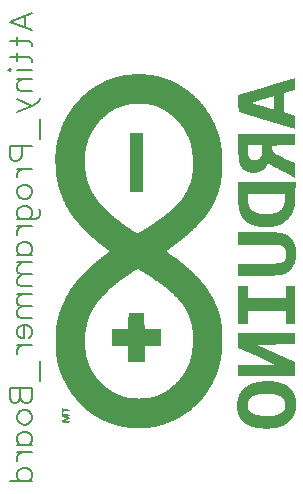
<source format=gbo>
G04 ---------------------------- Layer name :BOTTOM SILK LAYER*
G04 EasyEDA v5.8.22, Sun, 13 Jan 2019 10:54:29 GMT*
G04 0d4c4f045a714df3bf040a356c4a61dc*
G04 Gerber Generator version 0.2*
G04 Scale: 100 percent, Rotated: No, Reflected: No *
G04 Dimensions in inches *
G04 leading zeros omitted , absolute positions ,2 integer and 4 decimal *
%FSLAX24Y24*%
%MOIN*%
G90*
G70D02*

%ADD17C,0.008000*%

%LPD*%

%LPD*%
G36*
G01X8733Y4440D02*
G01X8703Y4439D01*
G01X8674Y4440D01*
G01X8644Y4440D01*
G01X8614Y4441D01*
G01X8583Y4443D01*
G01X8553Y4444D01*
G01X8523Y4447D01*
G01X8494Y4450D01*
G01X8466Y4453D01*
G01X8438Y4456D01*
G01X8411Y4461D01*
G01X8384Y4465D01*
G01X8358Y4470D01*
G01X8332Y4475D01*
G01X8307Y4481D01*
G01X8282Y4487D01*
G01X8257Y4494D01*
G01X8234Y4501D01*
G01X8211Y4509D01*
G01X8188Y4517D01*
G01X8166Y4525D01*
G01X8144Y4534D01*
G01X8123Y4543D01*
G01X8102Y4553D01*
G01X8082Y4563D01*
G01X8063Y4573D01*
G01X8044Y4584D01*
G01X8026Y4595D01*
G01X8008Y4607D01*
G01X7990Y4619D01*
G01X7973Y4632D01*
G01X7957Y4645D01*
G01X7941Y4658D01*
G01X7926Y4672D01*
G01X7911Y4686D01*
G01X7897Y4701D01*
G01X7884Y4716D01*
G01X7871Y4732D01*
G01X7858Y4748D01*
G01X7846Y4764D01*
G01X7835Y4780D01*
G01X7824Y4798D01*
G01X7814Y4815D01*
G01X7804Y4833D01*
G01X7795Y4851D01*
G01X7786Y4870D01*
G01X7778Y4889D01*
G01X7771Y4909D01*
G01X7764Y4928D01*
G01X7757Y4949D01*
G01X7751Y4970D01*
G01X7746Y4991D01*
G01X7741Y5012D01*
G01X7737Y5034D01*
G01X7733Y5057D01*
G01X7730Y5079D01*
G01X7728Y5102D01*
G01X7726Y5126D01*
G01X7725Y5150D01*
G01X7724Y5174D01*
G01X7724Y5198D01*
G01X7724Y5226D01*
G01X7726Y5255D01*
G01X7727Y5284D01*
G01X7730Y5314D01*
G01X7734Y5344D01*
G01X7737Y5373D01*
G01X7742Y5401D01*
G01X7747Y5429D01*
G01X7752Y5455D01*
G01X7757Y5478D01*
G01X7763Y5500D01*
G01X7769Y5519D01*
G01X7777Y5539D01*
G01X7785Y5559D01*
G01X7794Y5579D01*
G01X7804Y5598D01*
G01X7814Y5617D01*
G01X7825Y5636D01*
G01X7836Y5654D01*
G01X7848Y5672D01*
G01X7860Y5689D01*
G01X7873Y5706D01*
G01X7887Y5722D01*
G01X7901Y5738D01*
G01X7916Y5754D01*
G01X7931Y5769D01*
G01X7947Y5784D01*
G01X7964Y5798D01*
G01X7981Y5812D01*
G01X7999Y5825D01*
G01X8017Y5838D01*
G01X8036Y5851D01*
G01X8055Y5863D01*
G01X8075Y5875D01*
G01X8096Y5886D01*
G01X8117Y5897D01*
G01X8139Y5907D01*
G01X8160Y5917D01*
G01X8183Y5926D01*
G01X8206Y5936D01*
G01X8230Y5944D01*
G01X8255Y5953D01*
G01X8280Y5960D01*
G01X8305Y5967D01*
G01X8331Y5974D01*
G01X8357Y5980D01*
G01X8384Y5986D01*
G01X8411Y5992D01*
G01X8439Y5997D01*
G01X8468Y6001D01*
G01X8497Y6005D01*
G01X8527Y6009D01*
G01X8557Y6012D01*
G01X8587Y6015D01*
G01X8618Y6017D01*
G01X8650Y6019D01*
G01X8682Y6020D01*
G01X8715Y6021D01*
G01X8746Y6022D01*
G01X8777Y6021D01*
G01X8808Y6021D01*
G01X8838Y6020D01*
G01X8868Y6019D01*
G01X8897Y6017D01*
G01X8925Y6014D01*
G01X8953Y6011D01*
G01X8981Y6008D01*
G01X9008Y6005D01*
G01X9034Y6000D01*
G01X9060Y5996D01*
G01X9085Y5990D01*
G01X9110Y5985D01*
G01X9135Y5978D01*
G01X9159Y5972D01*
G01X9182Y5965D01*
G01X9205Y5957D01*
G01X9227Y5950D01*
G01X9249Y5941D01*
G01X9271Y5932D01*
G01X9291Y5923D01*
G01X9312Y5913D01*
G01X9331Y5903D01*
G01X9351Y5892D01*
G01X9370Y5880D01*
G01X9388Y5869D01*
G01X9406Y5856D01*
G01X9423Y5844D01*
G01X9440Y5830D01*
G01X9456Y5817D01*
G01X9472Y5803D01*
G01X9487Y5788D01*
G01X9502Y5773D01*
G01X9516Y5757D01*
G01X9530Y5741D01*
G01X9543Y5725D01*
G01X9556Y5708D01*
G01X9569Y5690D01*
G01X9581Y5673D01*
G01X9592Y5654D01*
G01X9603Y5635D01*
G01X9614Y5613D01*
G01X9625Y5593D01*
G01X9635Y5573D01*
G01X9643Y5553D01*
G01X9650Y5533D01*
G01X9657Y5513D01*
G01X9663Y5492D01*
G01X9668Y5471D01*
G01X9672Y5449D01*
G01X9675Y5426D01*
G01X9678Y5401D01*
G01X9680Y5375D01*
G01X9681Y5346D01*
G01X9682Y5315D01*
G01X9683Y5282D01*
G01X9684Y5247D01*
G01X9683Y5209D01*
G01X9683Y5175D01*
G01X9682Y5144D01*
G01X9680Y5115D01*
G01X9678Y5088D01*
G01X9676Y5064D01*
G01X9672Y5040D01*
G01X9667Y5019D01*
G01X9662Y4998D01*
G01X9656Y4977D01*
G01X9648Y4957D01*
G01X9640Y4936D01*
G01X9630Y4916D01*
G01X9619Y4894D01*
G01X9606Y4871D01*
G01X9592Y4847D01*
G01X9581Y4828D01*
G01X9570Y4811D01*
G01X9558Y4793D01*
G01X9546Y4776D01*
G01X9533Y4760D01*
G01X9519Y4744D01*
G01X9506Y4728D01*
G01X9492Y4713D01*
G01X9477Y4698D01*
G01X9462Y4683D01*
G01X9447Y4669D01*
G01X9431Y4655D01*
G01X9415Y4642D01*
G01X9398Y4629D01*
G01X9381Y4617D01*
G01X9364Y4605D01*
G01X9346Y4593D01*
G01X9328Y4582D01*
G01X9309Y4571D01*
G01X9290Y4561D01*
G01X9270Y4551D01*
G01X9250Y4542D01*
G01X9230Y4532D01*
G01X9209Y4524D01*
G01X9188Y4516D01*
G01X9166Y4508D01*
G01X9144Y4501D01*
G01X9121Y4494D01*
G01X9098Y4487D01*
G01X9075Y4481D01*
G01X9051Y4475D01*
G01X9027Y4470D01*
G01X9002Y4465D01*
G01X8977Y4461D01*
G01X8952Y4457D01*
G01X8926Y4453D01*
G01X8899Y4450D01*
G01X8872Y4447D01*
G01X8846Y4444D01*
G01X8818Y4443D01*
G01X8790Y4441D01*
G01X8761Y4440D01*
G01X8733Y4440D01*
G37*

%LPC*%
G36*
G01X8694Y4859D02*
G01X8722Y4858D01*
G01X8749Y4858D01*
G01X8776Y4859D01*
G01X8803Y4859D01*
G01X8830Y4861D01*
G01X8856Y4863D01*
G01X8882Y4865D01*
G01X8908Y4868D01*
G01X8933Y4872D01*
G01X8958Y4876D01*
G01X8982Y4881D01*
G01X9005Y4886D01*
G01X9027Y4892D01*
G01X9054Y4900D01*
G01X9082Y4911D01*
G01X9111Y4924D01*
G01X9140Y4938D01*
G01X9168Y4954D01*
G01X9194Y4970D01*
G01X9218Y4986D01*
G01X9239Y5002D01*
G01X9256Y5018D01*
G01X9270Y5032D01*
G01X9283Y5047D01*
G01X9294Y5061D01*
G01X9303Y5077D01*
G01X9310Y5093D01*
G01X9316Y5110D01*
G01X9321Y5128D01*
G01X9324Y5149D01*
G01X9326Y5172D01*
G01X9327Y5197D01*
G01X9328Y5225D01*
G01X9327Y5247D01*
G01X9326Y5268D01*
G01X9323Y5288D01*
G01X9320Y5307D01*
G01X9316Y5326D01*
G01X9311Y5344D01*
G01X9305Y5362D01*
G01X9298Y5379D01*
G01X9290Y5395D01*
G01X9281Y5411D01*
G01X9271Y5426D01*
G01X9260Y5440D01*
G01X9248Y5453D01*
G01X9235Y5467D01*
G01X9221Y5479D01*
G01X9206Y5491D01*
G01X9190Y5502D01*
G01X9173Y5513D01*
G01X9156Y5523D01*
G01X9137Y5532D01*
G01X9117Y5541D01*
G01X9096Y5549D01*
G01X9073Y5557D01*
G01X9050Y5564D01*
G01X9026Y5571D01*
G01X9001Y5576D01*
G01X8975Y5582D01*
G01X8947Y5586D01*
G01X8919Y5590D01*
G01X8889Y5594D01*
G01X8859Y5597D01*
G01X8827Y5600D01*
G01X8794Y5601D01*
G01X8760Y5603D01*
G01X8725Y5603D01*
G01X8689Y5604D01*
G01X8655Y5603D01*
G01X8622Y5603D01*
G01X8590Y5601D01*
G01X8560Y5599D01*
G01X8530Y5597D01*
G01X8501Y5594D01*
G01X8473Y5590D01*
G01X8446Y5586D01*
G01X8420Y5581D01*
G01X8395Y5575D01*
G01X8371Y5569D01*
G01X8348Y5563D01*
G01X8326Y5556D01*
G01X8305Y5548D01*
G01X8284Y5540D01*
G01X8265Y5531D01*
G01X8247Y5522D01*
G01X8230Y5512D01*
G01X8213Y5501D01*
G01X8198Y5490D01*
G01X8183Y5478D01*
G01X8170Y5466D01*
G01X8157Y5453D01*
G01X8145Y5440D01*
G01X8135Y5426D01*
G01X8125Y5411D01*
G01X8116Y5396D01*
G01X8108Y5380D01*
G01X8101Y5364D01*
G01X8095Y5347D01*
G01X8090Y5330D01*
G01X8086Y5311D01*
G01X8083Y5293D01*
G01X8080Y5274D01*
G01X8079Y5254D01*
G01X8078Y5233D01*
G01X8080Y5205D01*
G01X8082Y5176D01*
G01X8087Y5146D01*
G01X8093Y5118D01*
G01X8101Y5091D01*
G01X8109Y5066D01*
G01X8118Y5045D01*
G01X8128Y5028D01*
G01X8136Y5017D01*
G01X8146Y5007D01*
G01X8157Y4997D01*
G01X8170Y4988D01*
G01X8184Y4978D01*
G01X8198Y4969D01*
G01X8214Y4960D01*
G01X8232Y4951D01*
G01X8250Y4943D01*
G01X8269Y4935D01*
G01X8289Y4928D01*
G01X8310Y4921D01*
G01X8332Y4913D01*
G01X8355Y4907D01*
G01X8378Y4901D01*
G01X8403Y4895D01*
G01X8427Y4890D01*
G01X8452Y4885D01*
G01X8478Y4880D01*
G01X8504Y4876D01*
G01X8531Y4872D01*
G01X8557Y4869D01*
G01X8585Y4866D01*
G01X8612Y4863D01*
G01X8639Y4861D01*
G01X8667Y4860D01*
G01X8694Y4859D01*
G37*

%LPD*%
G36*
G01X4450Y4454D02*
G01X4423Y4454D01*
G01X4397Y4455D01*
G01X4370Y4455D01*
G01X4343Y4455D01*
G01X4317Y4456D01*
G01X4290Y4457D01*
G01X4264Y4459D01*
G01X4238Y4460D01*
G01X4211Y4462D01*
G01X4185Y4464D01*
G01X4160Y4466D01*
G01X4134Y4468D01*
G01X4109Y4471D01*
G01X4083Y4474D01*
G01X4058Y4477D01*
G01X4033Y4480D01*
G01X4009Y4483D01*
G01X3984Y4487D01*
G01X3960Y4491D01*
G01X3936Y4495D01*
G01X3913Y4499D01*
G01X3890Y4504D01*
G01X3867Y4508D01*
G01X3844Y4513D01*
G01X3822Y4519D01*
G01X3801Y4524D01*
G01X3779Y4529D01*
G01X3754Y4536D01*
G01X3705Y4550D01*
G01X3681Y4557D01*
G01X3656Y4565D01*
G01X3632Y4573D01*
G01X3608Y4580D01*
G01X3584Y4588D01*
G01X3560Y4597D01*
G01X3537Y4605D01*
G01X3513Y4614D01*
G01X3490Y4623D01*
G01X3466Y4632D01*
G01X3443Y4640D01*
G01X3397Y4659D01*
G01X3374Y4669D01*
G01X3352Y4679D01*
G01X3329Y4689D01*
G01X3306Y4699D01*
G01X3284Y4709D01*
G01X3262Y4720D01*
G01X3240Y4730D01*
G01X3218Y4741D01*
G01X3196Y4753D01*
G01X3175Y4764D01*
G01X3153Y4775D01*
G01X3110Y4798D01*
G01X3089Y4810D01*
G01X3047Y4835D01*
G01X3026Y4847D01*
G01X3006Y4860D01*
G01X2985Y4873D01*
G01X2964Y4886D01*
G01X2924Y4912D01*
G01X2904Y4926D01*
G01X2884Y4939D01*
G01X2864Y4953D01*
G01X2845Y4967D01*
G01X2806Y4995D01*
G01X2787Y5010D01*
G01X2768Y5025D01*
G01X2749Y5040D01*
G01X2730Y5055D01*
G01X2711Y5069D01*
G01X2693Y5085D01*
G01X2675Y5101D01*
G01X2656Y5116D01*
G01X2638Y5132D01*
G01X2620Y5148D01*
G01X2602Y5164D01*
G01X2585Y5180D01*
G01X2567Y5197D01*
G01X2550Y5214D01*
G01X2532Y5230D01*
G01X2515Y5248D01*
G01X2498Y5265D01*
G01X2481Y5282D01*
G01X2448Y5317D01*
G01X2432Y5335D01*
G01X2415Y5353D01*
G01X2399Y5371D01*
G01X2383Y5390D01*
G01X2367Y5408D01*
G01X2352Y5427D01*
G01X2336Y5446D01*
G01X2321Y5465D01*
G01X2305Y5484D01*
G01X2290Y5503D01*
G01X2275Y5523D01*
G01X2260Y5542D01*
G01X2245Y5562D01*
G01X2231Y5582D01*
G01X2216Y5602D01*
G01X2202Y5622D01*
G01X2188Y5642D01*
G01X2174Y5663D01*
G01X2146Y5705D01*
G01X2119Y5747D01*
G01X2106Y5769D01*
G01X2093Y5790D01*
G01X2080Y5812D01*
G01X2067Y5834D01*
G01X2055Y5855D01*
G01X2042Y5878D01*
G01X2030Y5900D01*
G01X2018Y5923D01*
G01X2006Y5945D01*
G01X1993Y5968D01*
G01X1982Y5991D01*
G01X1970Y6014D01*
G01X1959Y6037D01*
G01X1947Y6061D01*
G01X1935Y6086D01*
G01X1923Y6112D01*
G01X1912Y6137D01*
G01X1901Y6161D01*
G01X1890Y6186D01*
G01X1879Y6210D01*
G01X1869Y6234D01*
G01X1859Y6257D01*
G01X1849Y6280D01*
G01X1840Y6303D01*
G01X1831Y6326D01*
G01X1822Y6348D01*
G01X1814Y6371D01*
G01X1806Y6393D01*
G01X1798Y6415D01*
G01X1791Y6438D01*
G01X1784Y6459D01*
G01X1777Y6482D01*
G01X1770Y6503D01*
G01X1764Y6525D01*
G01X1757Y6547D01*
G01X1752Y6569D01*
G01X1746Y6591D01*
G01X1741Y6613D01*
G01X1735Y6635D01*
G01X1731Y6657D01*
G01X1726Y6680D01*
G01X1722Y6702D01*
G01X1718Y6725D01*
G01X1714Y6747D01*
G01X1706Y6794D01*
G01X1703Y6817D01*
G01X1700Y6841D01*
G01X1697Y6865D01*
G01X1694Y6890D01*
G01X1692Y6914D01*
G01X1689Y6939D01*
G01X1688Y6965D01*
G01X1685Y6991D01*
G01X1684Y7017D01*
G01X1682Y7044D01*
G01X1681Y7071D01*
G01X1680Y7098D01*
G01X1678Y7127D01*
G01X1677Y7155D01*
G01X1677Y7185D01*
G01X1676Y7215D01*
G01X1675Y7245D01*
G01X1675Y7276D01*
G01X1675Y7308D01*
G01X1675Y7340D01*
G01X1675Y7411D01*
G01X1675Y7445D01*
G01X1675Y7477D01*
G01X1675Y7509D01*
G01X1676Y7538D01*
G01X1676Y7567D01*
G01X1677Y7595D01*
G01X1678Y7622D01*
G01X1679Y7648D01*
G01X1680Y7673D01*
G01X1681Y7697D01*
G01X1682Y7721D01*
G01X1684Y7744D01*
G01X1686Y7766D01*
G01X1688Y7788D01*
G01X1690Y7809D01*
G01X1692Y7830D01*
G01X1694Y7851D01*
G01X1697Y7871D01*
G01X1700Y7891D01*
G01X1703Y7911D01*
G01X1706Y7931D01*
G01X1709Y7950D01*
G01X1713Y7970D01*
G01X1721Y8010D01*
G01X1725Y8030D01*
G01X1730Y8051D01*
G01X1735Y8072D01*
G01X1740Y8093D01*
G01X1745Y8115D01*
G01X1751Y8137D01*
G01X1757Y8159D01*
G01X1763Y8182D01*
G01X1769Y8204D01*
G01X1776Y8227D01*
G01X1783Y8251D01*
G01X1790Y8274D01*
G01X1798Y8298D01*
G01X1814Y8345D01*
G01X1822Y8369D01*
G01X1831Y8393D01*
G01X1849Y8442D01*
G01X1868Y8490D01*
G01X1888Y8539D01*
G01X1908Y8588D01*
G01X1918Y8612D01*
G01X1929Y8636D01*
G01X1940Y8661D01*
G01X1951Y8685D01*
G01X1973Y8733D01*
G01X1985Y8757D01*
G01X1996Y8781D01*
G01X2008Y8805D01*
G01X2020Y8828D01*
G01X2032Y8851D01*
G01X2044Y8874D01*
G01X2056Y8897D01*
G01X2080Y8942D01*
G01X2093Y8964D01*
G01X2105Y8986D01*
G01X2118Y9008D01*
G01X2130Y9029D01*
G01X2143Y9050D01*
G01X2156Y9071D01*
G01X2168Y9091D01*
G01X2181Y9111D01*
G01X2194Y9131D01*
G01X2204Y9145D01*
G01X2214Y9160D01*
G01X2225Y9176D01*
G01X2236Y9191D01*
G01X2248Y9207D01*
G01X2260Y9223D01*
G01X2272Y9240D01*
G01X2285Y9257D01*
G01X2299Y9273D01*
G01X2313Y9291D01*
G01X2327Y9308D01*
G01X2342Y9326D01*
G01X2357Y9344D01*
G01X2372Y9362D01*
G01X2388Y9380D01*
G01X2404Y9398D01*
G01X2420Y9417D01*
G01X2437Y9435D01*
G01X2453Y9454D01*
G01X2471Y9473D01*
G01X2488Y9492D01*
G01X2506Y9511D01*
G01X2524Y9530D01*
G01X2542Y9550D01*
G01X2560Y9569D01*
G01X2579Y9588D01*
G01X2598Y9607D01*
G01X2636Y9646D01*
G01X2655Y9665D01*
G01X2675Y9685D01*
G01X2714Y9723D01*
G01X2734Y9742D01*
G01X2753Y9761D01*
G01X2773Y9780D01*
G01X2813Y9818D01*
G01X2833Y9836D01*
G01X2874Y9873D01*
G01X2894Y9891D01*
G01X2914Y9909D01*
G01X2934Y9927D01*
G01X2954Y9945D01*
G01X2974Y9962D01*
G01X3014Y9996D01*
G01X3034Y10013D01*
G01X3053Y10029D01*
G01X3073Y10045D01*
G01X3093Y10061D01*
G01X3112Y10076D01*
G01X3131Y10092D01*
G01X3150Y10107D01*
G01X3169Y10121D01*
G01X3200Y10144D01*
G01X3230Y10167D01*
G01X3259Y10189D01*
G01X3286Y10211D01*
G01X3313Y10231D01*
G01X3338Y10250D01*
G01X3361Y10269D01*
G01X3382Y10285D01*
G01X3402Y10301D01*
G01X3419Y10314D01*
G01X3434Y10326D01*
G01X3447Y10337D01*
G01X3457Y10345D01*
G01X3465Y10351D01*
G01X3469Y10356D01*
G01X3471Y10357D01*
G01X3469Y10359D01*
G01X3465Y10364D01*
G01X3457Y10370D01*
G01X3447Y10378D01*
G01X3434Y10389D01*
G01X3419Y10401D01*
G01X3402Y10415D01*
G01X3382Y10430D01*
G01X3361Y10447D01*
G01X3338Y10465D01*
G01X3313Y10484D01*
G01X3286Y10505D01*
G01X3259Y10526D01*
G01X3230Y10548D01*
G01X3200Y10571D01*
G01X3169Y10594D01*
G01X3150Y10609D01*
G01X3131Y10623D01*
G01X3112Y10639D01*
G01X3093Y10654D01*
G01X3073Y10670D01*
G01X3053Y10686D01*
G01X3034Y10703D01*
G01X3014Y10719D01*
G01X2994Y10736D01*
G01X2974Y10753D01*
G01X2934Y10788D01*
G01X2914Y10806D01*
G01X2894Y10824D01*
G01X2874Y10842D01*
G01X2833Y10879D01*
G01X2813Y10897D01*
G01X2773Y10935D01*
G01X2753Y10954D01*
G01X2734Y10973D01*
G01X2714Y10992D01*
G01X2675Y11030D01*
G01X2655Y11050D01*
G01X2636Y11069D01*
G01X2617Y11088D01*
G01X2598Y11108D01*
G01X2579Y11127D01*
G01X2560Y11146D01*
G01X2542Y11166D01*
G01X2524Y11185D01*
G01X2506Y11204D01*
G01X2488Y11223D01*
G01X2471Y11242D01*
G01X2453Y11261D01*
G01X2437Y11280D01*
G01X2420Y11298D01*
G01X2404Y11317D01*
G01X2388Y11335D01*
G01X2372Y11353D01*
G01X2357Y11371D01*
G01X2342Y11389D01*
G01X2327Y11407D01*
G01X2313Y11425D01*
G01X2299Y11442D01*
G01X2285Y11459D01*
G01X2272Y11475D01*
G01X2260Y11492D01*
G01X2248Y11508D01*
G01X2236Y11524D01*
G01X2225Y11540D01*
G01X2214Y11555D01*
G01X2204Y11570D01*
G01X2194Y11584D01*
G01X2181Y11604D01*
G01X2169Y11623D01*
G01X2156Y11644D01*
G01X2143Y11664D01*
G01X2131Y11685D01*
G01X2118Y11706D01*
G01X2106Y11728D01*
G01X2093Y11750D01*
G01X2081Y11771D01*
G01X2057Y11816D01*
G01X2045Y11839D01*
G01X2033Y11862D01*
G01X2021Y11885D01*
G01X2009Y11909D01*
G01X1997Y11932D01*
G01X1975Y11979D01*
G01X1964Y12003D01*
G01X1952Y12027D01*
G01X1931Y12075D01*
G01X1920Y12099D01*
G01X1910Y12123D01*
G01X1900Y12147D01*
G01X1889Y12171D01*
G01X1880Y12195D01*
G01X1870Y12219D01*
G01X1861Y12243D01*
G01X1852Y12267D01*
G01X1843Y12291D01*
G01X1825Y12338D01*
G01X1817Y12361D01*
G01X1809Y12385D01*
G01X1802Y12408D01*
G01X1794Y12430D01*
G01X1787Y12453D01*
G01X1780Y12476D01*
G01X1774Y12498D01*
G01X1767Y12520D01*
G01X1761Y12541D01*
G01X1756Y12563D01*
G01X1751Y12584D01*
G01X1746Y12605D01*
G01X1741Y12626D01*
G01X1736Y12648D01*
G01X1732Y12671D01*
G01X1727Y12694D01*
G01X1723Y12717D01*
G01X1719Y12741D01*
G01X1715Y12766D01*
G01X1711Y12791D01*
G01X1707Y12816D01*
G01X1704Y12842D01*
G01X1701Y12868D01*
G01X1697Y12894D01*
G01X1694Y12921D01*
G01X1691Y12948D01*
G01X1689Y12975D01*
G01X1686Y13003D01*
G01X1684Y13030D01*
G01X1681Y13058D01*
G01X1679Y13086D01*
G01X1677Y13114D01*
G01X1675Y13142D01*
G01X1674Y13171D01*
G01X1672Y13199D01*
G01X1671Y13227D01*
G01X1670Y13255D01*
G01X1668Y13284D01*
G01X1668Y13312D01*
G01X1667Y13368D01*
G01X1666Y13396D01*
G01X1666Y13478D01*
G01X1667Y13505D01*
G01X1667Y13532D01*
G01X1668Y13558D01*
G01X1668Y13584D01*
G01X1669Y13610D01*
G01X1671Y13635D01*
G01X1672Y13660D01*
G01X1674Y13684D01*
G01X1676Y13708D01*
G01X1677Y13732D01*
G01X1680Y13755D01*
G01X1682Y13778D01*
G01X1684Y13799D01*
G01X1687Y13821D01*
G01X1690Y13841D01*
G01X1693Y13861D01*
G01X1696Y13881D01*
G01X1700Y13900D01*
G01X1705Y13925D01*
G01X1710Y13950D01*
G01X1715Y13975D01*
G01X1726Y14024D01*
G01X1732Y14049D01*
G01X1738Y14073D01*
G01X1744Y14098D01*
G01X1750Y14123D01*
G01X1764Y14171D01*
G01X1771Y14195D01*
G01X1777Y14219D01*
G01X1785Y14243D01*
G01X1792Y14267D01*
G01X1800Y14290D01*
G01X1815Y14338D01*
G01X1824Y14361D01*
G01X1840Y14407D01*
G01X1849Y14431D01*
G01X1858Y14454D01*
G01X1867Y14476D01*
G01X1885Y14522D01*
G01X1895Y14544D01*
G01X1905Y14567D01*
G01X1914Y14589D01*
G01X1924Y14611D01*
G01X1935Y14634D01*
G01X1955Y14678D01*
G01X1966Y14699D01*
G01X1977Y14721D01*
G01X1988Y14742D01*
G01X1999Y14764D01*
G01X2022Y14807D01*
G01X2033Y14828D01*
G01X2045Y14848D01*
G01X2057Y14869D01*
G01X2081Y14911D01*
G01X2106Y14951D01*
G01X2131Y14992D01*
G01X2144Y15012D01*
G01X2171Y15051D01*
G01X2184Y15071D01*
G01X2198Y15090D01*
G01X2212Y15110D01*
G01X2226Y15129D01*
G01X2239Y15148D01*
G01X2254Y15167D01*
G01X2268Y15186D01*
G01X2282Y15205D01*
G01X2297Y15223D01*
G01X2312Y15242D01*
G01X2342Y15278D01*
G01X2357Y15296D01*
G01X2372Y15314D01*
G01X2388Y15332D01*
G01X2403Y15349D01*
G01X2419Y15367D01*
G01X2451Y15401D01*
G01X2484Y15435D01*
G01X2500Y15451D01*
G01X2517Y15468D01*
G01X2533Y15484D01*
G01X2550Y15501D01*
G01X2567Y15517D01*
G01X2584Y15533D01*
G01X2601Y15549D01*
G01X2618Y15565D01*
G01X2636Y15580D01*
G01X2654Y15596D01*
G01X2689Y15626D01*
G01X2725Y15655D01*
G01X2744Y15670D01*
G01X2762Y15685D01*
G01X2799Y15713D01*
G01X2818Y15727D01*
G01X2837Y15741D01*
G01X2856Y15755D01*
G01X2875Y15768D01*
G01X2894Y15782D01*
G01X2933Y15808D01*
G01X2972Y15834D01*
G01X2992Y15846D01*
G01X3012Y15858D01*
G01X3032Y15871D01*
G01X3072Y15894D01*
G01X3093Y15906D01*
G01X3113Y15918D01*
G01X3134Y15929D01*
G01X3154Y15940D01*
G01X3175Y15951D01*
G01X3217Y15973D01*
G01X3260Y15994D01*
G01X3281Y16004D01*
G01X3302Y16014D01*
G01X3324Y16024D01*
G01X3346Y16033D01*
G01X3367Y16043D01*
G01X3389Y16052D01*
G01X3411Y16061D01*
G01X3433Y16070D01*
G01X3478Y16087D01*
G01X3500Y16096D01*
G01X3523Y16104D01*
G01X3545Y16112D01*
G01X3568Y16120D01*
G01X3591Y16127D01*
G01X3614Y16135D01*
G01X3636Y16142D01*
G01X3660Y16149D01*
G01X3683Y16156D01*
G01X3706Y16163D01*
G01X3729Y16169D01*
G01X3753Y16175D01*
G01X3776Y16182D01*
G01X3796Y16186D01*
G01X3815Y16191D01*
G01X3836Y16195D01*
G01X3857Y16200D01*
G01X3878Y16204D01*
G01X3900Y16207D01*
G01X3922Y16211D01*
G01X3944Y16215D01*
G01X3967Y16218D01*
G01X3990Y16221D01*
G01X4013Y16225D01*
G01X4037Y16228D01*
G01X4061Y16230D01*
G01X4085Y16233D01*
G01X4110Y16235D01*
G01X4135Y16237D01*
G01X4160Y16239D01*
G01X4185Y16241D01*
G01X4210Y16243D01*
G01X4236Y16244D01*
G01X4262Y16246D01*
G01X4314Y16248D01*
G01X4340Y16248D01*
G01X4366Y16249D01*
G01X4418Y16250D01*
G01X4471Y16250D01*
G01X4523Y16249D01*
G01X4549Y16248D01*
G01X4575Y16248D01*
G01X4627Y16246D01*
G01X4652Y16244D01*
G01X4678Y16243D01*
G01X4703Y16241D01*
G01X4729Y16239D01*
G01X4754Y16237D01*
G01X4778Y16235D01*
G01X4803Y16233D01*
G01X4827Y16230D01*
G01X4852Y16228D01*
G01X4875Y16225D01*
G01X4899Y16221D01*
G01X4922Y16218D01*
G01X4945Y16215D01*
G01X4967Y16211D01*
G01X4989Y16207D01*
G01X5011Y16204D01*
G01X5032Y16200D01*
G01X5053Y16195D01*
G01X5073Y16191D01*
G01X5093Y16186D01*
G01X5113Y16182D01*
G01X5160Y16169D01*
G01X5209Y16155D01*
G01X5256Y16141D01*
G01X5280Y16133D01*
G01X5303Y16125D01*
G01X5350Y16109D01*
G01X5373Y16101D01*
G01X5397Y16092D01*
G01X5420Y16084D01*
G01X5443Y16075D01*
G01X5466Y16065D01*
G01X5489Y16056D01*
G01X5511Y16046D01*
G01X5534Y16036D01*
G01X5557Y16026D01*
G01X5579Y16016D01*
G01X5602Y16006D01*
G01X5624Y15995D01*
G01X5646Y15984D01*
G01X5690Y15963D01*
G01X5712Y15951D01*
G01X5734Y15940D01*
G01X5755Y15928D01*
G01X5777Y15916D01*
G01X5798Y15904D01*
G01X5820Y15891D01*
G01X5862Y15866D01*
G01X5883Y15853D01*
G01X5904Y15840D01*
G01X5925Y15827D01*
G01X5966Y15800D01*
G01X5986Y15786D01*
G01X6006Y15772D01*
G01X6027Y15758D01*
G01X6067Y15729D01*
G01X6086Y15714D01*
G01X6126Y15684D01*
G01X6145Y15669D01*
G01X6184Y15638D01*
G01X6202Y15622D01*
G01X6221Y15606D01*
G01X6240Y15590D01*
G01X6277Y15557D01*
G01X6296Y15540D01*
G01X6314Y15524D01*
G01X6332Y15507D01*
G01X6368Y15472D01*
G01X6403Y15437D01*
G01X6420Y15419D01*
G01X6437Y15401D01*
G01X6471Y15365D01*
G01X6505Y15328D01*
G01X6521Y15309D01*
G01X6553Y15271D01*
G01X6569Y15252D01*
G01X6585Y15232D01*
G01X6601Y15213D01*
G01X6617Y15193D01*
G01X6632Y15173D01*
G01X6647Y15153D01*
G01X6662Y15133D01*
G01X6677Y15113D01*
G01X6692Y15092D01*
G01X6706Y15071D01*
G01X6721Y15051D01*
G01X6735Y15030D01*
G01X6749Y15009D01*
G01X6763Y14987D01*
G01X6776Y14966D01*
G01X6790Y14945D01*
G01X6803Y14924D01*
G01X6828Y14881D01*
G01X6841Y14860D01*
G01X6865Y14818D01*
G01X6877Y14796D01*
G01X6889Y14775D01*
G01X6901Y14754D01*
G01X6912Y14732D01*
G01X6923Y14711D01*
G01X6934Y14690D01*
G01X6944Y14668D01*
G01X6955Y14647D01*
G01X6975Y14603D01*
G01X6985Y14582D01*
G01X6994Y14560D01*
G01X7004Y14538D01*
G01X7013Y14517D01*
G01X7022Y14495D01*
G01X7031Y14473D01*
G01X7048Y14429D01*
G01X7056Y14407D01*
G01X7064Y14385D01*
G01X7072Y14363D01*
G01X7080Y14340D01*
G01X7087Y14318D01*
G01X7094Y14295D01*
G01X7102Y14273D01*
G01X7108Y14250D01*
G01X7115Y14228D01*
G01X7122Y14205D01*
G01X7128Y14182D01*
G01X7140Y14136D01*
G01X7146Y14113D01*
G01X7156Y14066D01*
G01X7162Y14042D01*
G01X7167Y14019D01*
G01X7172Y13995D01*
G01X7176Y13971D01*
G01X7185Y13923D01*
G01X7189Y13898D01*
G01X7193Y13874D01*
G01X7200Y13825D01*
G01X7203Y13800D01*
G01X7207Y13776D01*
G01X7210Y13751D01*
G01X7213Y13725D01*
G01X7215Y13700D01*
G01X7218Y13675D01*
G01X7220Y13649D01*
G01X7222Y13623D01*
G01X7226Y13571D01*
G01X7229Y13518D01*
G01X7231Y13465D01*
G01X7232Y13438D01*
G01X7233Y13411D01*
G01X7234Y13384D01*
G01X7234Y13356D01*
G01X7234Y13329D01*
G01X7234Y13273D01*
G01X7234Y13246D01*
G01X7234Y13219D01*
G01X7233Y13192D01*
G01X7232Y13165D01*
G01X7232Y13139D01*
G01X7231Y13113D01*
G01X7230Y13086D01*
G01X7228Y13061D01*
G01X7227Y13035D01*
G01X7223Y12984D01*
G01X7221Y12958D01*
G01X7219Y12933D01*
G01X7216Y12908D01*
G01X7214Y12884D01*
G01X7211Y12859D01*
G01X7208Y12834D01*
G01X7205Y12810D01*
G01X7202Y12786D01*
G01X7198Y12762D01*
G01X7191Y12714D01*
G01X7187Y12691D01*
G01X7183Y12667D01*
G01X7178Y12644D01*
G01X7169Y12598D01*
G01X7164Y12575D01*
G01X7159Y12552D01*
G01X7154Y12529D01*
G01X7148Y12506D01*
G01X7143Y12484D01*
G01X7131Y12439D01*
G01X7125Y12417D01*
G01X7118Y12395D01*
G01X7111Y12373D01*
G01X7105Y12351D01*
G01X7098Y12329D01*
G01X7090Y12307D01*
G01X7083Y12285D01*
G01X7076Y12264D01*
G01X7068Y12242D01*
G01X7060Y12221D01*
G01X7052Y12199D01*
G01X7043Y12178D01*
G01X7035Y12157D01*
G01X7026Y12135D01*
G01X7017Y12114D01*
G01X7007Y12093D01*
G01X6998Y12072D01*
G01X6989Y12051D01*
G01X6979Y12030D01*
G01X6969Y12009D01*
G01X6958Y11988D01*
G01X6948Y11967D01*
G01X6937Y11946D01*
G01X6926Y11925D01*
G01X6915Y11905D01*
G01X6904Y11884D01*
G01X6893Y11863D01*
G01X6869Y11821D01*
G01X6857Y11801D01*
G01X6844Y11780D01*
G01X6832Y11759D01*
G01X6819Y11739D01*
G01X6806Y11718D01*
G01X6793Y11697D01*
G01X6779Y11676D01*
G01X6765Y11656D01*
G01X6755Y11640D01*
G01X6744Y11624D01*
G01X6732Y11608D01*
G01X6720Y11591D01*
G01X6708Y11575D01*
G01X6696Y11558D01*
G01X6682Y11541D01*
G01X6669Y11523D01*
G01X6655Y11506D01*
G01X6641Y11488D01*
G01X6627Y11471D01*
G01X6612Y11453D01*
G01X6597Y11435D01*
G01X6582Y11417D01*
G01X6566Y11399D01*
G01X6550Y11380D01*
G01X6534Y11362D01*
G01X6517Y11344D01*
G01X6501Y11325D01*
G01X6484Y11306D01*
G01X6466Y11288D01*
G01X6449Y11269D01*
G01X6431Y11250D01*
G01X6413Y11231D01*
G01X6395Y11213D01*
G01X6376Y11194D01*
G01X6358Y11175D01*
G01X6339Y11156D01*
G01X6320Y11137D01*
G01X6301Y11118D01*
G01X6282Y11099D01*
G01X6262Y11080D01*
G01X6243Y11061D01*
G01X6203Y11024D01*
G01X6163Y10987D01*
G01X6123Y10950D01*
G01X6102Y10932D01*
G01X6062Y10896D01*
G01X6041Y10878D01*
G01X6021Y10861D01*
G01X6000Y10843D01*
G01X5980Y10826D01*
G01X5938Y10791D01*
G01X5897Y10757D01*
G01X5856Y10725D01*
G01X5835Y10709D01*
G01X5815Y10693D01*
G01X5794Y10677D01*
G01X5774Y10662D01*
G01X5754Y10647D01*
G01X5734Y10632D01*
G01X5714Y10617D01*
G01X5693Y10603D01*
G01X5664Y10582D01*
G01X5634Y10561D01*
G01X5606Y10540D01*
G01X5578Y10521D01*
G01X5552Y10502D01*
G01X5526Y10484D01*
G01X5502Y10466D01*
G01X5480Y10450D01*
G01X5459Y10435D01*
G01X5440Y10422D01*
G01X5424Y10409D01*
G01X5409Y10399D01*
G01X5397Y10390D01*
G01X5387Y10383D01*
G01X5381Y10378D01*
G01X5376Y10374D01*
G01X5376Y10371D01*
G01X5378Y10365D01*
G01X5383Y10358D01*
G01X5392Y10348D01*
G01X5403Y10337D01*
G01X5417Y10324D01*
G01X5433Y10309D01*
G01X5452Y10294D01*
G01X5473Y10276D01*
G01X5496Y10258D01*
G01X5521Y10238D01*
G01X5547Y10218D01*
G01X5576Y10197D01*
G01X5605Y10175D01*
G01X5636Y10152D01*
G01X5668Y10130D01*
G01X5692Y10113D01*
G01X5738Y10080D01*
G01X5784Y10046D01*
G01X5806Y10029D01*
G01X5829Y10012D01*
G01X5851Y9996D01*
G01X5895Y9961D01*
G01X5917Y9944D01*
G01X5938Y9927D01*
G01X5960Y9910D01*
G01X5981Y9893D01*
G01X6002Y9876D01*
G01X6023Y9858D01*
G01X6064Y9823D01*
G01X6084Y9806D01*
G01X6104Y9788D01*
G01X6124Y9771D01*
G01X6164Y9736D01*
G01X6183Y9718D01*
G01X6202Y9700D01*
G01X6221Y9682D01*
G01X6240Y9664D01*
G01X6259Y9646D01*
G01X6277Y9628D01*
G01X6296Y9611D01*
G01X6332Y9574D01*
G01X6368Y9538D01*
G01X6385Y9520D01*
G01X6402Y9501D01*
G01X6420Y9483D01*
G01X6436Y9465D01*
G01X6453Y9446D01*
G01X6470Y9428D01*
G01X6486Y9409D01*
G01X6503Y9390D01*
G01X6535Y9353D01*
G01X6551Y9334D01*
G01X6581Y9297D01*
G01X6597Y9278D01*
G01X6611Y9259D01*
G01X6627Y9240D01*
G01X6641Y9221D01*
G01X6656Y9202D01*
G01X6670Y9183D01*
G01X6684Y9164D01*
G01X6698Y9145D01*
G01X6712Y9126D01*
G01X6726Y9106D01*
G01X6739Y9087D01*
G01X6752Y9067D01*
G01X6778Y9029D01*
G01X6791Y9009D01*
G01X6816Y8970D01*
G01X6828Y8950D01*
G01X6840Y8931D01*
G01X6864Y8891D01*
G01X6886Y8851D01*
G01X6908Y8811D01*
G01X6919Y8792D01*
G01X6930Y8771D01*
G01X6940Y8751D01*
G01X6950Y8731D01*
G01X6960Y8711D01*
G01X6970Y8691D01*
G01X6980Y8671D01*
G01X6989Y8650D01*
G01X6999Y8630D01*
G01X7008Y8609D01*
G01X7017Y8589D01*
G01X7026Y8569D01*
G01X7035Y8548D01*
G01X7043Y8527D01*
G01X7051Y8507D01*
G01X7059Y8486D01*
G01X7067Y8465D01*
G01X7075Y8444D01*
G01X7082Y8424D01*
G01X7090Y8403D01*
G01X7097Y8382D01*
G01X7104Y8361D01*
G01X7111Y8340D01*
G01X7124Y8298D01*
G01X7130Y8277D01*
G01X7136Y8256D01*
G01X7143Y8234D01*
G01X7148Y8213D01*
G01X7154Y8192D01*
G01X7164Y8149D01*
G01X7169Y8128D01*
G01X7174Y8106D01*
G01X7179Y8085D01*
G01X7184Y8063D01*
G01X7187Y8044D01*
G01X7191Y8025D01*
G01X7194Y8005D01*
G01X7198Y7984D01*
G01X7201Y7964D01*
G01X7204Y7942D01*
G01X7207Y7921D01*
G01X7210Y7899D01*
G01X7212Y7876D01*
G01X7214Y7853D01*
G01X7217Y7830D01*
G01X7219Y7807D01*
G01X7221Y7783D01*
G01X7225Y7734D01*
G01X7226Y7710D01*
G01X7228Y7685D01*
G01X7229Y7660D01*
G01X7230Y7635D01*
G01X7231Y7609D01*
G01X7232Y7584D01*
G01X7233Y7558D01*
G01X7233Y7532D01*
G01X7234Y7480D01*
G01X7234Y7401D01*
G01X7234Y7375D01*
G01X7233Y7348D01*
G01X7233Y7322D01*
G01X7232Y7296D01*
G01X7231Y7270D01*
G01X7230Y7244D01*
G01X7228Y7192D01*
G01X7227Y7166D01*
G01X7225Y7140D01*
G01X7223Y7114D01*
G01X7221Y7089D01*
G01X7219Y7064D01*
G01X7217Y7039D01*
G01X7215Y7014D01*
G01X7213Y6990D01*
G01X7210Y6965D01*
G01X7207Y6941D01*
G01X7205Y6917D01*
G01X7202Y6894D01*
G01X7198Y6871D01*
G01X7195Y6848D01*
G01X7192Y6826D01*
G01X7189Y6804D01*
G01X7185Y6782D01*
G01X7181Y6761D01*
G01X7177Y6740D01*
G01X7173Y6720D01*
G01X7168Y6696D01*
G01X7163Y6673D01*
G01X7157Y6649D01*
G01X7152Y6625D01*
G01X7146Y6602D01*
G01X7134Y6555D01*
G01X7121Y6509D01*
G01X7115Y6486D01*
G01X7108Y6463D01*
G01X7101Y6440D01*
G01X7094Y6417D01*
G01X7086Y6394D01*
G01X7079Y6372D01*
G01X7071Y6349D01*
G01X7063Y6327D01*
G01X7055Y6304D01*
G01X7047Y6282D01*
G01X7039Y6260D01*
G01X7030Y6238D01*
G01X7021Y6216D01*
G01X7013Y6194D01*
G01X7003Y6172D01*
G01X6994Y6151D01*
G01X6985Y6129D01*
G01X6965Y6086D01*
G01X6956Y6065D01*
G01X6946Y6044D01*
G01X6935Y6023D01*
G01X6925Y6002D01*
G01X6914Y5981D01*
G01X6903Y5960D01*
G01X6893Y5940D01*
G01X6882Y5919D01*
G01X6870Y5898D01*
G01X6859Y5878D01*
G01X6836Y5838D01*
G01X6824Y5818D01*
G01X6800Y5778D01*
G01X6788Y5759D01*
G01X6775Y5739D01*
G01X6763Y5719D01*
G01X6750Y5700D01*
G01X6724Y5662D01*
G01X6710Y5643D01*
G01X6697Y5624D01*
G01X6684Y5605D01*
G01X6656Y5568D01*
G01X6642Y5550D01*
G01X6628Y5532D01*
G01X6614Y5513D01*
G01X6599Y5495D01*
G01X6585Y5477D01*
G01X6570Y5459D01*
G01X6540Y5424D01*
G01X6525Y5407D01*
G01X6510Y5390D01*
G01X6494Y5373D01*
G01X6478Y5355D01*
G01X6463Y5338D01*
G01X6447Y5322D01*
G01X6431Y5305D01*
G01X6415Y5288D01*
G01X6398Y5272D01*
G01X6382Y5256D01*
G01X6365Y5240D01*
G01X6349Y5224D01*
G01X6332Y5208D01*
G01X6315Y5192D01*
G01X6298Y5176D01*
G01X6281Y5161D01*
G01X6263Y5146D01*
G01X6246Y5130D01*
G01X6228Y5115D01*
G01X6210Y5101D01*
G01X6174Y5071D01*
G01X6138Y5042D01*
G01X6119Y5028D01*
G01X6082Y5000D01*
G01X6064Y4986D01*
G01X6026Y4959D01*
G01X6006Y4946D01*
G01X5987Y4932D01*
G01X5968Y4919D01*
G01X5948Y4907D01*
G01X5928Y4894D01*
G01X5889Y4869D01*
G01X5868Y4857D01*
G01X5848Y4844D01*
G01X5808Y4820D01*
G01X5787Y4809D01*
G01X5767Y4797D01*
G01X5746Y4786D01*
G01X5725Y4775D01*
G01X5704Y4763D01*
G01X5662Y4742D01*
G01X5640Y4731D01*
G01X5619Y4721D01*
G01X5576Y4700D01*
G01X5554Y4690D01*
G01X5532Y4680D01*
G01X5510Y4671D01*
G01X5466Y4652D01*
G01X5444Y4643D01*
G01X5421Y4634D01*
G01X5399Y4625D01*
G01X5376Y4616D01*
G01X5331Y4599D01*
G01X5307Y4591D01*
G01X5285Y4583D01*
G01X5261Y4575D01*
G01X5238Y4568D01*
G01X5191Y4553D01*
G01X5168Y4546D01*
G01X5147Y4540D01*
G01X5126Y4534D01*
G01X5104Y4528D01*
G01X5082Y4523D01*
G01X5059Y4517D01*
G01X5037Y4513D01*
G01X5014Y4507D01*
G01X4990Y4503D01*
G01X4966Y4498D01*
G01X4942Y4494D01*
G01X4918Y4490D01*
G01X4893Y4486D01*
G01X4868Y4483D01*
G01X4843Y4480D01*
G01X4818Y4476D01*
G01X4793Y4473D01*
G01X4767Y4471D01*
G01X4741Y4468D01*
G01X4689Y4464D01*
G01X4663Y4462D01*
G01X4637Y4460D01*
G01X4610Y4459D01*
G01X4557Y4456D01*
G01X4530Y4455D01*
G01X4504Y4455D01*
G01X4477Y4455D01*
G01X4450Y4454D01*
G37*

%LPC*%
G36*
G01X4415Y5443D02*
G01X4444Y5442D01*
G01X4472Y5443D01*
G01X4498Y5443D01*
G01X4525Y5444D01*
G01X4552Y5445D01*
G01X4577Y5446D01*
G01X4603Y5448D01*
G01X4629Y5450D01*
G01X4654Y5452D01*
G01X4679Y5454D01*
G01X4704Y5457D01*
G01X4728Y5460D01*
G01X4752Y5463D01*
G01X4776Y5467D01*
G01X4800Y5471D01*
G01X4824Y5475D01*
G01X4870Y5485D01*
G01X4893Y5490D01*
G01X4916Y5496D01*
G01X4938Y5502D01*
G01X4961Y5508D01*
G01X4983Y5515D01*
G01X5005Y5522D01*
G01X5027Y5529D01*
G01X5048Y5537D01*
G01X5070Y5545D01*
G01X5091Y5553D01*
G01X5113Y5562D01*
G01X5134Y5571D01*
G01X5155Y5580D01*
G01X5176Y5590D01*
G01X5197Y5600D01*
G01X5217Y5611D01*
G01X5238Y5622D01*
G01X5258Y5633D01*
G01X5279Y5645D01*
G01X5299Y5657D01*
G01X5319Y5669D01*
G01X5339Y5682D01*
G01X5360Y5695D01*
G01X5380Y5709D01*
G01X5400Y5723D01*
G01X5420Y5737D01*
G01X5440Y5752D01*
G01X5460Y5767D01*
G01X5480Y5782D01*
G01X5500Y5798D01*
G01X5520Y5815D01*
G01X5540Y5832D01*
G01X5560Y5849D01*
G01X5580Y5866D01*
G01X5600Y5884D01*
G01X5620Y5903D01*
G01X5640Y5922D01*
G01X5660Y5941D01*
G01X5681Y5961D01*
G01X5699Y5980D01*
G01X5718Y5998D01*
G01X5736Y6017D01*
G01X5753Y6036D01*
G01X5771Y6055D01*
G01X5788Y6073D01*
G01X5804Y6092D01*
G01X5821Y6111D01*
G01X5836Y6130D01*
G01X5852Y6149D01*
G01X5867Y6167D01*
G01X5882Y6186D01*
G01X5897Y6206D01*
G01X5911Y6225D01*
G01X5925Y6244D01*
G01X5938Y6263D01*
G01X5951Y6283D01*
G01X5964Y6302D01*
G01X5977Y6322D01*
G01X5989Y6342D01*
G01X6001Y6362D01*
G01X6012Y6382D01*
G01X6023Y6402D01*
G01X6035Y6422D01*
G01X6045Y6442D01*
G01X6056Y6463D01*
G01X6066Y6484D01*
G01X6075Y6505D01*
G01X6085Y6526D01*
G01X6094Y6547D01*
G01X6103Y6569D01*
G01X6111Y6590D01*
G01X6120Y6612D01*
G01X6128Y6634D01*
G01X6136Y6657D01*
G01X6143Y6679D01*
G01X6151Y6702D01*
G01X6157Y6725D01*
G01X6164Y6748D01*
G01X6171Y6772D01*
G01X6177Y6796D01*
G01X6183Y6820D01*
G01X6188Y6844D01*
G01X6194Y6869D01*
G01X6199Y6894D01*
G01X6204Y6919D01*
G01X6209Y6944D01*
G01X6213Y6971D01*
G01X6217Y6997D01*
G01X6221Y7023D01*
G01X6225Y7050D01*
G01X6229Y7077D01*
G01X6232Y7105D01*
G01X6235Y7132D01*
G01X6238Y7161D01*
G01X6241Y7189D01*
G01X6243Y7218D01*
G01X6245Y7248D01*
G01X6247Y7277D01*
G01X6249Y7307D01*
G01X6251Y7333D01*
G01X6252Y7358D01*
G01X6253Y7408D01*
G01X6254Y7433D01*
G01X6254Y7482D01*
G01X6253Y7506D01*
G01X6253Y7530D01*
G01X6252Y7554D01*
G01X6251Y7578D01*
G01X6250Y7602D01*
G01X6248Y7625D01*
G01X6246Y7649D01*
G01X6242Y7695D01*
G01X6239Y7718D01*
G01X6236Y7741D01*
G01X6234Y7764D01*
G01X6230Y7786D01*
G01X6227Y7809D01*
G01X6223Y7832D01*
G01X6219Y7854D01*
G01X6214Y7876D01*
G01X6210Y7898D01*
G01X6205Y7920D01*
G01X6200Y7942D01*
G01X6194Y7963D01*
G01X6189Y7985D01*
G01X6177Y8028D01*
G01X6164Y8070D01*
G01X6156Y8091D01*
G01X6149Y8112D01*
G01X6142Y8133D01*
G01X6134Y8154D01*
G01X6126Y8175D01*
G01X6118Y8195D01*
G01X6109Y8215D01*
G01X6100Y8236D01*
G01X6091Y8256D01*
G01X6082Y8276D01*
G01X6072Y8297D01*
G01X6062Y8317D01*
G01X6052Y8337D01*
G01X6042Y8357D01*
G01X6031Y8376D01*
G01X6020Y8396D01*
G01X6008Y8416D01*
G01X5997Y8436D01*
G01X5985Y8455D01*
G01X5973Y8475D01*
G01X5947Y8513D01*
G01X5934Y8533D01*
G01X5921Y8552D01*
G01X5907Y8571D01*
G01X5880Y8610D01*
G01X5865Y8629D01*
G01X5850Y8648D01*
G01X5835Y8667D01*
G01X5820Y8686D01*
G01X5804Y8705D01*
G01X5788Y8723D01*
G01X5756Y8761D01*
G01X5739Y8780D01*
G01X5722Y8798D01*
G01X5704Y8817D01*
G01X5686Y8836D01*
G01X5650Y8873D01*
G01X5631Y8892D01*
G01X5613Y8910D01*
G01X5593Y8929D01*
G01X5574Y8947D01*
G01X5554Y8966D01*
G01X5534Y8984D01*
G01X5513Y9003D01*
G01X5493Y9021D01*
G01X5472Y9040D01*
G01X5450Y9058D01*
G01X5437Y9069D01*
G01X5423Y9081D01*
G01X5407Y9094D01*
G01X5391Y9107D01*
G01X5373Y9121D01*
G01X5355Y9135D01*
G01X5336Y9150D01*
G01X5315Y9165D01*
G01X5295Y9180D01*
G01X5273Y9196D01*
G01X5251Y9213D01*
G01X5228Y9230D01*
G01X5204Y9247D01*
G01X5180Y9264D01*
G01X5156Y9282D01*
G01X5131Y9299D01*
G01X5106Y9317D01*
G01X5055Y9353D01*
G01X5029Y9371D01*
G01X4924Y9443D01*
G01X4872Y9478D01*
G01X4846Y9496D01*
G01X4821Y9513D01*
G01X4795Y9529D01*
G01X4770Y9546D01*
G01X4746Y9562D01*
G01X4721Y9578D01*
G01X4698Y9593D01*
G01X4675Y9608D01*
G01X4652Y9623D01*
G01X4630Y9636D01*
G01X4609Y9650D01*
G01X4589Y9662D01*
G01X4569Y9675D01*
G01X4550Y9686D01*
G01X4532Y9696D01*
G01X4516Y9707D01*
G01X4500Y9716D01*
G01X4485Y9724D01*
G01X4472Y9732D01*
G01X4459Y9738D01*
G01X4448Y9744D01*
G01X4438Y9748D01*
G01X4429Y9752D01*
G01X4422Y9755D01*
G01X4417Y9757D01*
G01X4412Y9757D01*
G01X4406Y9757D01*
G01X4399Y9755D01*
G01X4390Y9752D01*
G01X4381Y9748D01*
G01X4369Y9744D01*
G01X4357Y9738D01*
G01X4344Y9731D01*
G01X4330Y9723D01*
G01X4315Y9715D01*
G01X4298Y9705D01*
G01X4281Y9696D01*
G01X4263Y9684D01*
G01X4244Y9673D01*
G01X4225Y9661D01*
G01X4205Y9647D01*
G01X4184Y9634D01*
G01X4140Y9605D01*
G01X4118Y9589D01*
G01X4094Y9573D01*
G01X4071Y9557D01*
G01X4047Y9540D01*
G01X4023Y9523D01*
G01X3998Y9505D01*
G01X3973Y9487D01*
G01X3948Y9469D01*
G01X3923Y9451D01*
G01X3898Y9432D01*
G01X3848Y9394D01*
G01X3797Y9356D01*
G01X3772Y9336D01*
G01X3747Y9317D01*
G01X3723Y9298D01*
G01X3699Y9278D01*
G01X3675Y9259D01*
G01X3651Y9240D01*
G01X3628Y9221D01*
G01X3605Y9202D01*
G01X3583Y9184D01*
G01X3561Y9165D01*
G01X3540Y9147D01*
G01X3520Y9130D01*
G01X3501Y9112D01*
G01X3482Y9095D01*
G01X3464Y9078D01*
G01X3446Y9062D01*
G01X3427Y9044D01*
G01X3408Y9026D01*
G01X3389Y9007D01*
G01X3369Y8987D01*
G01X3349Y8967D01*
G01X3310Y8926D01*
G01X3290Y8905D01*
G01X3251Y8864D01*
G01X3231Y8843D01*
G01X3213Y8822D01*
G01X3194Y8802D01*
G01X3176Y8781D01*
G01X3158Y8761D01*
G01X3141Y8742D01*
G01X3125Y8723D01*
G01X3109Y8704D01*
G01X3094Y8686D01*
G01X3081Y8669D01*
G01X3067Y8652D01*
G01X3055Y8636D01*
G01X3044Y8621D01*
G01X3034Y8607D01*
G01X3019Y8587D01*
G01X3005Y8566D01*
G01X2991Y8546D01*
G01X2977Y8526D01*
G01X2964Y8506D01*
G01X2952Y8486D01*
G01X2940Y8467D01*
G01X2928Y8448D01*
G01X2916Y8428D01*
G01X2905Y8409D01*
G01X2894Y8389D01*
G01X2884Y8370D01*
G01X2873Y8351D01*
G01X2864Y8331D01*
G01X2854Y8311D01*
G01X2844Y8292D01*
G01X2835Y8271D01*
G01X2827Y8251D01*
G01X2818Y8231D01*
G01X2810Y8210D01*
G01X2801Y8189D01*
G01X2793Y8167D01*
G01X2785Y8146D01*
G01X2778Y8124D01*
G01X2770Y8101D01*
G01X2763Y8078D01*
G01X2756Y8055D01*
G01X2749Y8030D01*
G01X2742Y8006D01*
G01X2735Y7981D01*
G01X2729Y7955D01*
G01X2722Y7928D01*
G01X2715Y7901D01*
G01X2709Y7874D01*
G01X2703Y7845D01*
G01X2697Y7816D01*
G01X2690Y7786D01*
G01X2684Y7755D01*
G01X2678Y7723D01*
G01X2672Y7691D01*
G01X2665Y7657D01*
G01X2659Y7623D01*
G01X2653Y7587D01*
G01X2647Y7551D01*
G01X2644Y7536D01*
G01X2643Y7521D01*
G01X2641Y7503D01*
G01X2640Y7486D01*
G01X2639Y7467D01*
G01X2639Y7447D01*
G01X2638Y7426D01*
G01X2639Y7404D01*
G01X2639Y7382D01*
G01X2640Y7359D01*
G01X2641Y7335D01*
G01X2642Y7310D01*
G01X2644Y7285D01*
G01X2646Y7260D01*
G01X2648Y7234D01*
G01X2650Y7208D01*
G01X2653Y7182D01*
G01X2656Y7155D01*
G01X2659Y7128D01*
G01X2663Y7101D01*
G01X2666Y7074D01*
G01X2670Y7047D01*
G01X2674Y7021D01*
G01X2678Y6994D01*
G01X2683Y6967D01*
G01X2688Y6941D01*
G01X2692Y6915D01*
G01X2697Y6890D01*
G01X2702Y6865D01*
G01X2708Y6840D01*
G01X2713Y6817D01*
G01X2719Y6793D01*
G01X2725Y6771D01*
G01X2731Y6749D01*
G01X2737Y6728D01*
G01X2743Y6708D01*
G01X2751Y6685D01*
G01X2758Y6662D01*
G01X2767Y6639D01*
G01X2775Y6616D01*
G01X2784Y6594D01*
G01X2793Y6571D01*
G01X2802Y6548D01*
G01X2812Y6526D01*
G01X2822Y6504D01*
G01X2832Y6482D01*
G01X2843Y6460D01*
G01X2853Y6439D01*
G01X2865Y6417D01*
G01X2876Y6396D01*
G01X2888Y6375D01*
G01X2900Y6353D01*
G01X2912Y6332D01*
G01X2925Y6312D01*
G01X2937Y6291D01*
G01X2951Y6271D01*
G01X2964Y6250D01*
G01X2977Y6230D01*
G01X2991Y6210D01*
G01X3005Y6190D01*
G01X3019Y6171D01*
G01X3034Y6152D01*
G01X3049Y6132D01*
G01X3064Y6113D01*
G01X3079Y6095D01*
G01X3095Y6076D01*
G01X3110Y6058D01*
G01X3127Y6040D01*
G01X3143Y6021D01*
G01X3159Y6004D01*
G01X3176Y5986D01*
G01X3193Y5969D01*
G01X3210Y5952D01*
G01X3227Y5935D01*
G01X3244Y5918D01*
G01X3262Y5901D01*
G01X3280Y5885D01*
G01X3298Y5869D01*
G01X3316Y5853D01*
G01X3335Y5838D01*
G01X3353Y5823D01*
G01X3372Y5808D01*
G01X3391Y5793D01*
G01X3410Y5778D01*
G01X3430Y5764D01*
G01X3449Y5750D01*
G01X3469Y5736D01*
G01X3489Y5723D01*
G01X3509Y5710D01*
G01X3529Y5697D01*
G01X3549Y5684D01*
G01X3570Y5671D01*
G01X3590Y5659D01*
G01X3611Y5648D01*
G01X3632Y5636D01*
G01X3653Y5625D01*
G01X3674Y5614D01*
G01X3696Y5603D01*
G01X3717Y5593D01*
G01X3739Y5582D01*
G01X3760Y5573D01*
G01X3782Y5563D01*
G01X3804Y5554D01*
G01X3826Y5545D01*
G01X3871Y5528D01*
G01X3893Y5521D01*
G01X3915Y5513D01*
G01X3938Y5505D01*
G01X3961Y5499D01*
G01X3983Y5492D01*
G01X4006Y5486D01*
G01X4024Y5481D01*
G01X4044Y5477D01*
G01X4067Y5473D01*
G01X4091Y5469D01*
G01X4117Y5465D01*
G01X4144Y5461D01*
G01X4172Y5458D01*
G01X4202Y5455D01*
G01X4232Y5452D01*
G01X4263Y5450D01*
G01X4293Y5448D01*
G01X4325Y5446D01*
G01X4355Y5444D01*
G01X4385Y5443D01*
G01X4415Y5443D01*
G37*
G36*
G01X4406Y10959D02*
G01X4412Y10958D01*
G01X4417Y10959D01*
G01X4422Y10960D01*
G01X4430Y10963D01*
G01X4438Y10967D01*
G01X4448Y10971D01*
G01X4459Y10977D01*
G01X4472Y10984D01*
G01X4485Y10991D01*
G01X4500Y11000D01*
G01X4516Y11009D01*
G01X4533Y11019D01*
G01X4551Y11030D01*
G01X4569Y11041D01*
G01X4589Y11053D01*
G01X4610Y11066D01*
G01X4631Y11079D01*
G01X4653Y11093D01*
G01X4676Y11107D01*
G01X4699Y11123D01*
G01X4722Y11138D01*
G01X4747Y11154D01*
G01X4771Y11170D01*
G01X4797Y11187D01*
G01X4822Y11204D01*
G01X4847Y11221D01*
G01X4873Y11238D01*
G01X4900Y11256D01*
G01X4926Y11274D01*
G01X4952Y11292D01*
G01X4979Y11310D01*
G01X5005Y11328D01*
G01X5031Y11347D01*
G01X5058Y11365D01*
G01X5084Y11383D01*
G01X5110Y11401D01*
G01X5135Y11419D01*
G01X5160Y11437D01*
G01X5185Y11455D01*
G01X5209Y11473D01*
G01X5233Y11490D01*
G01X5256Y11507D01*
G01X5279Y11524D01*
G01X5301Y11540D01*
G01X5322Y11556D01*
G01X5343Y11572D01*
G01X5363Y11587D01*
G01X5381Y11601D01*
G01X5400Y11615D01*
G01X5417Y11629D01*
G01X5433Y11642D01*
G01X5447Y11654D01*
G01X5461Y11666D01*
G01X5482Y11684D01*
G01X5503Y11702D01*
G01X5523Y11720D01*
G01X5543Y11738D01*
G01X5563Y11756D01*
G01X5582Y11774D01*
G01X5602Y11792D01*
G01X5621Y11811D01*
G01X5639Y11829D01*
G01X5657Y11847D01*
G01X5675Y11865D01*
G01X5693Y11884D01*
G01X5710Y11902D01*
G01X5727Y11921D01*
G01X5744Y11939D01*
G01X5761Y11957D01*
G01X5777Y11976D01*
G01X5793Y11995D01*
G01X5809Y12013D01*
G01X5824Y12032D01*
G01X5839Y12051D01*
G01X5854Y12069D01*
G01X5869Y12088D01*
G01X5883Y12107D01*
G01X5897Y12126D01*
G01X5910Y12145D01*
G01X5924Y12165D01*
G01X5937Y12184D01*
G01X5950Y12203D01*
G01X5963Y12222D01*
G01X5975Y12242D01*
G01X5987Y12261D01*
G01X5999Y12280D01*
G01X6010Y12300D01*
G01X6021Y12319D01*
G01X6032Y12339D01*
G01X6043Y12359D01*
G01X6053Y12379D01*
G01X6063Y12399D01*
G01X6073Y12419D01*
G01X6083Y12439D01*
G01X6092Y12459D01*
G01X6101Y12480D01*
G01X6110Y12500D01*
G01X6118Y12521D01*
G01X6127Y12541D01*
G01X6135Y12562D01*
G01X6142Y12582D01*
G01X6150Y12603D01*
G01X6157Y12624D01*
G01X6171Y12667D01*
G01X6177Y12688D01*
G01X6183Y12709D01*
G01X6189Y12731D01*
G01X6194Y12752D01*
G01X6200Y12774D01*
G01X6205Y12796D01*
G01X6210Y12818D01*
G01X6214Y12840D01*
G01X6218Y12862D01*
G01X6223Y12884D01*
G01X6227Y12907D01*
G01X6230Y12929D01*
G01X6233Y12952D01*
G01X6236Y12975D01*
G01X6239Y12998D01*
G01X6242Y13021D01*
G01X6244Y13044D01*
G01X6246Y13067D01*
G01X6248Y13090D01*
G01X6250Y13114D01*
G01X6251Y13138D01*
G01X6252Y13161D01*
G01X6253Y13186D01*
G01X6253Y13209D01*
G01X6254Y13234D01*
G01X6254Y13258D01*
G01X6253Y13283D01*
G01X6253Y13307D01*
G01X6252Y13332D01*
G01X6252Y13357D01*
G01X6251Y13382D01*
G01X6249Y13408D01*
G01X6247Y13438D01*
G01X6245Y13467D01*
G01X6243Y13497D01*
G01X6241Y13526D01*
G01X6238Y13555D01*
G01X6235Y13583D01*
G01X6232Y13611D01*
G01X6229Y13638D01*
G01X6225Y13665D01*
G01X6221Y13692D01*
G01X6217Y13719D01*
G01X6213Y13745D01*
G01X6209Y13771D01*
G01X6204Y13796D01*
G01X6199Y13821D01*
G01X6194Y13846D01*
G01X6188Y13871D01*
G01X6183Y13895D01*
G01X6177Y13919D01*
G01X6171Y13943D01*
G01X6164Y13967D01*
G01X6157Y13990D01*
G01X6151Y14013D01*
G01X6143Y14036D01*
G01X6136Y14058D01*
G01X6128Y14081D01*
G01X6120Y14103D01*
G01X6111Y14125D01*
G01X6103Y14146D01*
G01X6094Y14168D01*
G01X6085Y14189D01*
G01X6066Y14231D01*
G01X6056Y14252D01*
G01X6045Y14273D01*
G01X6035Y14293D01*
G01X6023Y14313D01*
G01X6012Y14334D01*
G01X6001Y14353D01*
G01X5989Y14373D01*
G01X5977Y14393D01*
G01X5964Y14413D01*
G01X5951Y14432D01*
G01X5938Y14452D01*
G01X5925Y14471D01*
G01X5911Y14490D01*
G01X5897Y14509D01*
G01X5882Y14528D01*
G01X5867Y14548D01*
G01X5852Y14567D01*
G01X5836Y14585D01*
G01X5821Y14604D01*
G01X5804Y14623D01*
G01X5788Y14642D01*
G01X5771Y14661D01*
G01X5753Y14679D01*
G01X5736Y14698D01*
G01X5718Y14717D01*
G01X5699Y14736D01*
G01X5681Y14754D01*
G01X5660Y14774D01*
G01X5640Y14793D01*
G01X5620Y14812D01*
G01X5600Y14831D01*
G01X5580Y14849D01*
G01X5560Y14867D01*
G01X5540Y14884D01*
G01X5520Y14901D01*
G01X5500Y14917D01*
G01X5480Y14933D01*
G01X5460Y14948D01*
G01X5440Y14963D01*
G01X5420Y14978D01*
G01X5400Y14993D01*
G01X5380Y15007D01*
G01X5360Y15020D01*
G01X5339Y15033D01*
G01X5319Y15046D01*
G01X5299Y15059D01*
G01X5279Y15071D01*
G01X5258Y15082D01*
G01X5238Y15094D01*
G01X5217Y15104D01*
G01X5196Y15115D01*
G01X5176Y15125D01*
G01X5155Y15135D01*
G01X5134Y15144D01*
G01X5113Y15153D01*
G01X5091Y15162D01*
G01X5070Y15170D01*
G01X5048Y15178D01*
G01X5027Y15186D01*
G01X5005Y15193D01*
G01X4982Y15200D01*
G01X4960Y15207D01*
G01X4938Y15213D01*
G01X4915Y15219D01*
G01X4893Y15225D01*
G01X4870Y15230D01*
G01X4847Y15235D01*
G01X4823Y15240D01*
G01X4800Y15244D01*
G01X4776Y15248D01*
G01X4752Y15252D01*
G01X4727Y15255D01*
G01X4703Y15258D01*
G01X4678Y15261D01*
G01X4653Y15264D01*
G01X4627Y15266D01*
G01X4602Y15268D01*
G01X4576Y15269D01*
G01X4550Y15271D01*
G01X4523Y15272D01*
G01X4497Y15272D01*
G01X4469Y15273D01*
G01X4442Y15273D01*
G01X4416Y15273D01*
G01X4390Y15273D01*
G01X4365Y15271D01*
G01X4339Y15271D01*
G01X4314Y15269D01*
G01X4289Y15267D01*
G01X4263Y15265D01*
G01X4238Y15263D01*
G01X4189Y15257D01*
G01X4164Y15253D01*
G01X4139Y15249D01*
G01X4115Y15245D01*
G01X4091Y15240D01*
G01X4067Y15236D01*
G01X4043Y15230D01*
G01X4019Y15225D01*
G01X3995Y15219D01*
G01X3971Y15213D01*
G01X3948Y15206D01*
G01X3924Y15199D01*
G01X3901Y15192D01*
G01X3878Y15184D01*
G01X3855Y15176D01*
G01X3832Y15168D01*
G01X3810Y15160D01*
G01X3787Y15151D01*
G01X3764Y15142D01*
G01X3742Y15132D01*
G01X3720Y15122D01*
G01X3698Y15112D01*
G01X3676Y15101D01*
G01X3654Y15090D01*
G01X3632Y15079D01*
G01X3611Y15067D01*
G01X3590Y15056D01*
G01X3547Y15031D01*
G01X3527Y15018D01*
G01X3506Y15005D01*
G01X3485Y14991D01*
G01X3464Y14977D01*
G01X3444Y14963D01*
G01X3424Y14948D01*
G01X3404Y14934D01*
G01X3384Y14918D01*
G01X3364Y14903D01*
G01X3344Y14887D01*
G01X3325Y14871D01*
G01X3306Y14854D01*
G01X3286Y14837D01*
G01X3267Y14820D01*
G01X3250Y14804D01*
G01X3215Y14771D01*
G01X3199Y14755D01*
G01X3182Y14738D01*
G01X3166Y14721D01*
G01X3150Y14703D01*
G01X3134Y14686D01*
G01X3118Y14669D01*
G01X3103Y14651D01*
G01X3073Y14616D01*
G01X3059Y14598D01*
G01X3044Y14580D01*
G01X3030Y14561D01*
G01X3016Y14543D01*
G01X3003Y14524D01*
G01X2976Y14487D01*
G01X2964Y14468D01*
G01X2951Y14449D01*
G01X2939Y14429D01*
G01X2914Y14390D01*
G01X2903Y14371D01*
G01X2892Y14351D01*
G01X2881Y14331D01*
G01X2870Y14311D01*
G01X2859Y14291D01*
G01X2849Y14271D01*
G01X2839Y14250D01*
G01X2829Y14230D01*
G01X2819Y14209D01*
G01X2810Y14188D01*
G01X2801Y14167D01*
G01X2792Y14146D01*
G01X2783Y14125D01*
G01X2775Y14104D01*
G01X2767Y14082D01*
G01X2759Y14061D01*
G01X2752Y14040D01*
G01X2744Y14018D01*
G01X2737Y13996D01*
G01X2730Y13974D01*
G01X2724Y13952D01*
G01X2711Y13907D01*
G01X2706Y13885D01*
G01X2700Y13863D01*
G01X2695Y13840D01*
G01X2690Y13817D01*
G01X2685Y13795D01*
G01X2681Y13772D01*
G01X2676Y13749D01*
G01X2672Y13726D01*
G01X2668Y13703D01*
G01X2665Y13679D01*
G01X2662Y13656D01*
G01X2659Y13632D01*
G01X2656Y13609D01*
G01X2654Y13585D01*
G01X2652Y13562D01*
G01X2650Y13538D01*
G01X2648Y13514D01*
G01X2647Y13490D01*
G01X2646Y13466D01*
G01X2645Y13442D01*
G01X2644Y13417D01*
G01X2644Y13393D01*
G01X2644Y13369D01*
G01X2644Y13344D01*
G01X2644Y13320D01*
G01X2645Y13295D01*
G01X2646Y13270D01*
G01X2647Y13246D01*
G01X2649Y13221D01*
G01X2651Y13196D01*
G01X2653Y13171D01*
G01X2655Y13146D01*
G01X2658Y13121D01*
G01X2661Y13095D01*
G01X2664Y13070D01*
G01X2667Y13045D01*
G01X2671Y13019D01*
G01X2675Y12994D01*
G01X2679Y12968D01*
G01X2684Y12943D01*
G01X2688Y12917D01*
G01X2693Y12891D01*
G01X2698Y12865D01*
G01X2704Y12840D01*
G01X2710Y12814D01*
G01X2715Y12792D01*
G01X2721Y12769D01*
G01X2726Y12748D01*
G01X2732Y12726D01*
G01X2739Y12704D01*
G01X2745Y12682D01*
G01X2752Y12661D01*
G01X2759Y12640D01*
G01X2766Y12618D01*
G01X2773Y12597D01*
G01X2781Y12576D01*
G01X2789Y12555D01*
G01X2798Y12534D01*
G01X2806Y12513D01*
G01X2815Y12492D01*
G01X2824Y12471D01*
G01X2834Y12451D01*
G01X2843Y12430D01*
G01X2853Y12409D01*
G01X2864Y12389D01*
G01X2874Y12368D01*
G01X2885Y12348D01*
G01X2896Y12328D01*
G01X2908Y12307D01*
G01X2920Y12287D01*
G01X2932Y12267D01*
G01X2944Y12246D01*
G01X2957Y12226D01*
G01X2970Y12206D01*
G01X2983Y12186D01*
G01X2997Y12165D01*
G01X3011Y12145D01*
G01X3025Y12125D01*
G01X3040Y12105D01*
G01X3055Y12084D01*
G01X3070Y12064D01*
G01X3086Y12044D01*
G01X3102Y12023D01*
G01X3118Y12003D01*
G01X3135Y11983D01*
G01X3152Y11963D01*
G01X3169Y11942D01*
G01X3186Y11922D01*
G01X3205Y11901D01*
G01X3223Y11880D01*
G01X3242Y11860D01*
G01X3261Y11839D01*
G01X3280Y11819D01*
G01X3300Y11798D01*
G01X3320Y11777D01*
G01X3341Y11756D01*
G01X3362Y11735D01*
G01X3383Y11713D01*
G01X3405Y11692D01*
G01X3427Y11671D01*
G01X3450Y11650D01*
G01X3467Y11634D01*
G01X3485Y11617D01*
G01X3503Y11600D01*
G01X3523Y11583D01*
G01X3543Y11565D01*
G01X3564Y11548D01*
G01X3585Y11529D01*
G01X3607Y11511D01*
G01X3630Y11492D01*
G01X3653Y11473D01*
G01X3677Y11454D01*
G01X3701Y11435D01*
G01X3725Y11416D01*
G01X3749Y11397D01*
G01X3774Y11378D01*
G01X3824Y11339D01*
G01X3874Y11301D01*
G01X3899Y11282D01*
G01X3924Y11264D01*
G01X3950Y11245D01*
G01X3974Y11227D01*
G01X3999Y11209D01*
G01X4023Y11192D01*
G01X4048Y11175D01*
G01X4072Y11158D01*
G01X4095Y11142D01*
G01X4118Y11126D01*
G01X4141Y11110D01*
G01X4163Y11096D01*
G01X4184Y11081D01*
G01X4205Y11067D01*
G01X4225Y11055D01*
G01X4245Y11042D01*
G01X4264Y11030D01*
G01X4281Y11019D01*
G01X4299Y11009D01*
G01X4315Y11000D01*
G01X4330Y10992D01*
G01X4344Y10984D01*
G01X4357Y10977D01*
G01X4370Y10971D01*
G01X4381Y10967D01*
G01X4390Y10963D01*
G01X4399Y10960D01*
G01X4406Y10959D01*
G37*

%LPD*%
G36*
G01X2043Y4632D02*
G01X2011Y4630D01*
G01X1983Y4631D01*
G01X1959Y4634D01*
G01X1938Y4638D01*
G01X1920Y4643D01*
G01X1905Y4649D01*
G01X1893Y4657D01*
G01X1885Y4665D01*
G01X1881Y4674D01*
G01X1879Y4684D01*
G01X1881Y4694D01*
G01X1887Y4704D01*
G01X1896Y4714D01*
G01X1909Y4724D01*
G01X1926Y4734D01*
G01X1946Y4744D01*
G01X1970Y4753D01*
G01X2059Y4785D01*
G01X1970Y4809D01*
G01X1951Y4814D01*
G01X1935Y4819D01*
G01X1921Y4826D01*
G01X1910Y4833D01*
G01X1902Y4842D01*
G01X1895Y4854D01*
G01X1890Y4868D01*
G01X1886Y4886D01*
G01X1884Y4907D01*
G01X1883Y4932D01*
G01X1883Y4963D01*
G01X1884Y4999D01*
G01X1884Y5032D01*
G01X1886Y5061D01*
G01X1888Y5085D01*
G01X1890Y5105D01*
G01X1893Y5119D01*
G01X1896Y5128D01*
G01X1899Y5130D01*
G01X1902Y5125D01*
G01X1918Y5110D01*
G01X1947Y5097D01*
G01X1985Y5088D01*
G01X2030Y5085D01*
G01X2073Y5082D01*
G01X2108Y5075D01*
G01X2132Y5065D01*
G01X2140Y5052D01*
G01X2131Y5040D01*
G01X2107Y5030D01*
G01X2071Y5023D01*
G01X2027Y5020D01*
G01X1999Y5019D01*
G01X1976Y5017D01*
G01X1956Y5013D01*
G01X1940Y5008D01*
G01X1928Y5001D01*
G01X1920Y4993D01*
G01X1915Y4983D01*
G01X1913Y4971D01*
G01X1915Y4959D01*
G01X1920Y4949D01*
G01X1928Y4941D01*
G01X1940Y4934D01*
G01X1956Y4929D01*
G01X1976Y4925D01*
G01X1999Y4923D01*
G01X2027Y4923D01*
G01X2055Y4921D01*
G01X2079Y4919D01*
G01X2100Y4915D01*
G01X2116Y4909D01*
G01X2128Y4902D01*
G01X2137Y4895D01*
G01X2140Y4887D01*
G01X2139Y4878D01*
G01X2133Y4870D01*
G01X2122Y4862D01*
G01X2106Y4855D01*
G01X2084Y4848D01*
G01X2053Y4839D01*
G01X2043Y4834D01*
G01X2053Y4831D01*
G01X2084Y4829D01*
G01X2110Y4825D01*
G01X2127Y4816D01*
G01X2137Y4804D01*
G01X2138Y4790D01*
G01X2132Y4775D01*
G01X2118Y4759D01*
G01X2096Y4743D01*
G01X2068Y4729D01*
G01X1994Y4700D01*
G01X2068Y4698D01*
G01X2096Y4695D01*
G01X2118Y4691D01*
G01X2132Y4686D01*
G01X2140Y4678D01*
G01X2142Y4671D01*
G01X2138Y4663D01*
G01X2129Y4655D01*
G01X2114Y4647D01*
G01X2094Y4640D01*
G01X2071Y4635D01*
G01X2043Y4632D01*
G37*

%LPC*%

%LPD*%
G36*
G01X9668Y6188D02*
G01X7754Y6188D01*
G01X7754Y6544D01*
G01X8984Y6561D01*
G01X8369Y6850D01*
G01X7754Y7138D01*
G01X7754Y7616D01*
G01X9668Y7616D01*
G01X9668Y7260D01*
G01X8390Y7242D01*
G01X9668Y6659D01*
G01X9668Y6188D01*
G37*

%LPC*%

%LPD*%
G36*
G01X4639Y6675D02*
G01X4087Y6675D01*
G01X4087Y7194D01*
G01X3568Y7194D01*
G01X3568Y7746D01*
G01X4085Y7746D01*
G01X4094Y8013D01*
G01X4104Y8281D01*
G01X4623Y8281D01*
G01X4632Y8013D01*
G01X4642Y7746D01*
G01X5191Y7746D01*
G01X5191Y7194D01*
G01X4639Y7194D01*
G01X4639Y6675D01*
G37*

%LPC*%

%LPD*%
G36*
G01X8078Y7940D02*
G01X7754Y7940D01*
G01X7754Y9206D01*
G01X8078Y9206D01*
G01X8078Y8784D01*
G01X9344Y8784D01*
G01X9344Y9206D01*
G01X9668Y9206D01*
G01X9668Y7940D01*
G01X9344Y7940D01*
G01X9344Y8362D01*
G01X8078Y8362D01*
G01X8078Y7940D01*
G37*

%LPC*%

%LPD*%
G36*
G01X8427Y9530D02*
G01X7754Y9530D01*
G01X7754Y9913D01*
G01X8460Y9925D01*
G01X8516Y9926D01*
G01X8570Y9927D01*
G01X8621Y9928D01*
G01X8670Y9929D01*
G01X8717Y9930D01*
G01X8761Y9931D01*
G01X8802Y9933D01*
G01X8842Y9934D01*
G01X8879Y9936D01*
G01X8914Y9937D01*
G01X8948Y9939D01*
G01X8979Y9941D01*
G01X9009Y9943D01*
G01X9036Y9945D01*
G01X9062Y9948D01*
G01X9086Y9951D01*
G01X9109Y9954D01*
G01X9130Y9957D01*
G01X9150Y9961D01*
G01X9168Y9965D01*
G01X9185Y9969D01*
G01X9200Y9973D01*
G01X9214Y9978D01*
G01X9228Y9983D01*
G01X9240Y9989D01*
G01X9251Y9995D01*
G01X9262Y10001D01*
G01X9271Y10008D01*
G01X9280Y10015D01*
G01X9288Y10023D01*
G01X9295Y10031D01*
G01X9302Y10039D01*
G01X9308Y10048D01*
G01X9314Y10058D01*
G01X9319Y10068D01*
G01X9325Y10079D01*
G01X9330Y10090D01*
G01X9334Y10102D01*
G01X9339Y10115D01*
G01X9344Y10128D01*
G01X9352Y10153D01*
G01X9357Y10179D01*
G01X9361Y10206D01*
G01X9363Y10232D01*
G01X9363Y10259D01*
G01X9361Y10286D01*
G01X9358Y10312D01*
G01X9353Y10338D01*
G01X9346Y10363D01*
G01X9338Y10387D01*
G01X9327Y10410D01*
G01X9316Y10432D01*
G01X9303Y10453D01*
G01X9288Y10472D01*
G01X9272Y10489D01*
G01X9255Y10504D01*
G01X9248Y10509D01*
G01X9240Y10515D01*
G01X9233Y10519D01*
G01X9226Y10524D01*
G01X9218Y10528D01*
G01X9210Y10532D01*
G01X9201Y10536D01*
G01X9192Y10539D01*
G01X9181Y10542D01*
G01X9170Y10546D01*
G01X9158Y10548D01*
G01X9144Y10551D01*
G01X9130Y10553D01*
G01X9114Y10555D01*
G01X9097Y10557D01*
G01X9077Y10559D01*
G01X9057Y10560D01*
G01X9034Y10561D01*
G01X9010Y10563D01*
G01X8983Y10564D01*
G01X8954Y10565D01*
G01X8923Y10565D01*
G01X8890Y10566D01*
G01X8854Y10567D01*
G01X8816Y10567D01*
G01X8775Y10568D01*
G01X8730Y10568D01*
G01X8683Y10568D01*
G01X8633Y10568D01*
G01X8580Y10568D01*
G01X8523Y10569D01*
G01X7754Y10569D01*
G01X7754Y10990D01*
G01X8443Y10990D01*
G01X8493Y10990D01*
G01X8540Y10990D01*
G01X8586Y10990D01*
G01X8631Y10990D01*
G01X8673Y10989D01*
G01X8714Y10989D01*
G01X8753Y10988D01*
G01X8790Y10988D01*
G01X8827Y10987D01*
G01X8861Y10986D01*
G01X8894Y10985D01*
G01X8926Y10984D01*
G01X8956Y10982D01*
G01X8985Y10981D01*
G01X9014Y10980D01*
G01X9040Y10978D01*
G01X9066Y10976D01*
G01X9090Y10974D01*
G01X9114Y10971D01*
G01X9136Y10969D01*
G01X9157Y10967D01*
G01X9177Y10963D01*
G01X9197Y10961D01*
G01X9215Y10957D01*
G01X9233Y10954D01*
G01X9250Y10950D01*
G01X9267Y10946D01*
G01X9282Y10942D01*
G01X9297Y10938D01*
G01X9311Y10933D01*
G01X9325Y10928D01*
G01X9338Y10923D01*
G01X9351Y10918D01*
G01X9364Y10912D01*
G01X9376Y10906D01*
G01X9387Y10900D01*
G01X9399Y10894D01*
G01X9410Y10887D01*
G01X9421Y10880D01*
G01X9431Y10872D01*
G01X9442Y10864D01*
G01X9453Y10856D01*
G01X9463Y10848D01*
G01X9474Y10839D01*
G01X9493Y10822D01*
G01X9512Y10805D01*
G01X9530Y10787D01*
G01X9546Y10769D01*
G01X9561Y10751D01*
G01X9576Y10732D01*
G01X9589Y10713D01*
G01X9601Y10693D01*
G01X9613Y10673D01*
G01X9623Y10651D01*
G01X9633Y10629D01*
G01X9642Y10606D01*
G01X9650Y10582D01*
G01X9658Y10557D01*
G01X9664Y10531D01*
G01X9671Y10503D01*
G01X9676Y10475D01*
G01X9681Y10445D01*
G01X9685Y10413D01*
G01X9689Y10380D01*
G01X9692Y10354D01*
G01X9693Y10328D01*
G01X9694Y10301D01*
G01X9694Y10276D01*
G01X9694Y10250D01*
G01X9693Y10224D01*
G01X9691Y10199D01*
G01X9689Y10174D01*
G01X9686Y10149D01*
G01X9682Y10125D01*
G01X9677Y10101D01*
G01X9672Y10077D01*
G01X9667Y10053D01*
G01X9661Y10030D01*
G01X9654Y10007D01*
G01X9646Y9985D01*
G01X9638Y9963D01*
G01X9630Y9941D01*
G01X9620Y9920D01*
G01X9610Y9899D01*
G01X9600Y9879D01*
G01X9589Y9859D01*
G01X9578Y9840D01*
G01X9566Y9821D01*
G01X9553Y9802D01*
G01X9540Y9784D01*
G01X9527Y9767D01*
G01X9513Y9750D01*
G01X9498Y9734D01*
G01X9483Y9718D01*
G01X9467Y9703D01*
G01X9451Y9688D01*
G01X9435Y9674D01*
G01X9418Y9661D01*
G01X9400Y9648D01*
G01X9382Y9636D01*
G01X9364Y9625D01*
G01X9345Y9614D01*
G01X9326Y9604D01*
G01X9307Y9595D01*
G01X9287Y9586D01*
G01X9266Y9578D01*
G01X9246Y9571D01*
G01X9225Y9565D01*
G01X9217Y9563D01*
G01X9208Y9561D01*
G01X9198Y9560D01*
G01X9186Y9558D01*
G01X9172Y9556D01*
G01X9157Y9555D01*
G01X9141Y9553D01*
G01X9123Y9551D01*
G01X9105Y9550D01*
G01X9085Y9548D01*
G01X9063Y9547D01*
G01X9041Y9546D01*
G01X9017Y9544D01*
G01X8993Y9543D01*
G01X8967Y9542D01*
G01X8940Y9540D01*
G01X8913Y9539D01*
G01X8885Y9538D01*
G01X8856Y9537D01*
G01X8826Y9536D01*
G01X8796Y9535D01*
G01X8764Y9534D01*
G01X8732Y9534D01*
G01X8700Y9533D01*
G01X8667Y9532D01*
G01X8634Y9532D01*
G01X8600Y9532D01*
G01X8566Y9531D01*
G01X8532Y9531D01*
G01X8462Y9530D01*
G01X8427Y9530D01*
G37*

%LPC*%

%LPD*%
G36*
G01X8701Y11157D02*
G01X8674Y11157D01*
G01X8647Y11158D01*
G01X8621Y11159D01*
G01X8593Y11161D01*
G01X8567Y11163D01*
G01X8540Y11165D01*
G01X8513Y11169D01*
G01X8487Y11172D01*
G01X8461Y11176D01*
G01X8435Y11180D01*
G01X8409Y11185D01*
G01X8384Y11190D01*
G01X8359Y11196D01*
G01X8334Y11202D01*
G01X8310Y11209D01*
G01X8286Y11216D01*
G01X8263Y11223D01*
G01X8240Y11231D01*
G01X8218Y11239D01*
G01X8197Y11248D01*
G01X8176Y11257D01*
G01X8156Y11267D01*
G01X8136Y11276D01*
G01X8118Y11286D01*
G01X8100Y11296D01*
G01X8082Y11307D01*
G01X8065Y11317D01*
G01X8048Y11328D01*
G01X8032Y11339D01*
G01X8017Y11350D01*
G01X8002Y11361D01*
G01X7988Y11373D01*
G01X7974Y11386D01*
G01X7961Y11398D01*
G01X7948Y11411D01*
G01X7935Y11425D01*
G01X7923Y11438D01*
G01X7912Y11453D01*
G01X7901Y11467D01*
G01X7891Y11483D01*
G01X7881Y11498D01*
G01X7871Y11515D01*
G01X7862Y11531D01*
G01X7853Y11548D01*
G01X7845Y11566D01*
G01X7837Y11584D01*
G01X7830Y11603D01*
G01X7823Y11623D01*
G01X7816Y11643D01*
G01X7810Y11664D01*
G01X7804Y11686D01*
G01X7798Y11707D01*
G01X7793Y11730D01*
G01X7789Y11754D01*
G01X7784Y11778D01*
G01X7780Y11803D01*
G01X7776Y11830D01*
G01X7773Y11856D01*
G01X7769Y11884D01*
G01X7767Y11912D01*
G01X7764Y11941D01*
G01X7762Y11971D01*
G01X7760Y12002D01*
G01X7758Y12034D01*
G01X7757Y12067D01*
G01X7756Y12100D01*
G01X7755Y12135D01*
G01X7755Y12171D01*
G01X7754Y12207D01*
G01X7754Y12245D01*
G01X7754Y12645D01*
G01X9677Y12645D01*
G01X9662Y12224D01*
G01X9660Y12177D01*
G01X9658Y12134D01*
G01X9657Y12094D01*
G01X9655Y12056D01*
G01X9653Y12022D01*
G01X9651Y11990D01*
G01X9649Y11960D01*
G01X9646Y11932D01*
G01X9644Y11907D01*
G01X9641Y11882D01*
G01X9638Y11860D01*
G01X9634Y11839D01*
G01X9630Y11819D01*
G01X9626Y11800D01*
G01X9621Y11781D01*
G01X9616Y11763D01*
G01X9610Y11746D01*
G01X9603Y11728D01*
G01X9597Y11711D01*
G01X9589Y11693D01*
G01X9581Y11675D01*
G01X9572Y11656D01*
G01X9562Y11636D01*
G01X9551Y11615D01*
G01X9540Y11594D01*
G01X9528Y11573D01*
G01X9517Y11553D01*
G01X9504Y11534D01*
G01X9491Y11514D01*
G01X9477Y11496D01*
G01X9463Y11477D01*
G01X9448Y11459D01*
G01X9433Y11442D01*
G01X9418Y11426D01*
G01X9402Y11409D01*
G01X9385Y11393D01*
G01X9368Y11378D01*
G01X9351Y11363D01*
G01X9333Y11349D01*
G01X9315Y11335D01*
G01X9296Y11322D01*
G01X9277Y11309D01*
G01X9257Y11296D01*
G01X9237Y11285D01*
G01X9217Y11273D01*
G01X9196Y11263D01*
G01X9174Y11252D01*
G01X9152Y11242D01*
G01X9130Y11233D01*
G01X9107Y11225D01*
G01X9084Y11216D01*
G01X9061Y11209D01*
G01X9037Y11201D01*
G01X9012Y11195D01*
G01X8988Y11189D01*
G01X8962Y11183D01*
G01X8938Y11178D01*
G01X8912Y11174D01*
G01X8887Y11170D01*
G01X8861Y11167D01*
G01X8835Y11164D01*
G01X8808Y11162D01*
G01X8782Y11160D01*
G01X8755Y11159D01*
G01X8728Y11158D01*
G01X8701Y11157D01*
G37*

%LPC*%
G36*
G01X8661Y11595D02*
G01X8693Y11595D01*
G01X8725Y11595D01*
G01X8756Y11596D01*
G01X8786Y11598D01*
G01X8815Y11600D01*
G01X8843Y11602D01*
G01X8871Y11605D01*
G01X8897Y11609D01*
G01X8923Y11613D01*
G01X8948Y11618D01*
G01X8972Y11623D01*
G01X8994Y11630D01*
G01X9017Y11636D01*
G01X9038Y11643D01*
G01X9059Y11651D01*
G01X9078Y11660D01*
G01X9097Y11669D01*
G01X9115Y11679D01*
G01X9132Y11689D01*
G01X9148Y11700D01*
G01X9164Y11712D01*
G01X9178Y11724D01*
G01X9192Y11737D01*
G01X9206Y11751D01*
G01X9218Y11765D01*
G01X9229Y11780D01*
G01X9240Y11795D01*
G01X9250Y11811D01*
G01X9259Y11828D01*
G01X9268Y11846D01*
G01X9275Y11864D01*
G01X9282Y11883D01*
G01X9288Y11903D01*
G01X9294Y11923D01*
G01X9298Y11944D01*
G01X9302Y11966D01*
G01X9306Y11988D01*
G01X9308Y12012D01*
G01X9310Y12036D01*
G01X9311Y12060D01*
G01X9311Y12085D01*
G01X9311Y12256D01*
G01X8078Y12256D01*
G01X8078Y12102D01*
G01X8079Y12080D01*
G01X8081Y12057D01*
G01X8083Y12033D01*
G01X8086Y12009D01*
G01X8090Y11984D01*
G01X8095Y11959D01*
G01X8101Y11936D01*
G01X8107Y11912D01*
G01X8113Y11890D01*
G01X8120Y11869D01*
G01X8128Y11851D01*
G01X8135Y11834D01*
G01X8144Y11817D01*
G01X8154Y11800D01*
G01X8165Y11784D01*
G01X8176Y11769D01*
G01X8188Y11754D01*
G01X8201Y11740D01*
G01X8214Y11727D01*
G01X8229Y11715D01*
G01X8244Y11703D01*
G01X8260Y11691D01*
G01X8277Y11681D01*
G01X8294Y11671D01*
G01X8312Y11661D01*
G01X8331Y11653D01*
G01X8351Y11644D01*
G01X8372Y11637D01*
G01X8394Y11630D01*
G01X8417Y11624D01*
G01X8440Y11619D01*
G01X8464Y11614D01*
G01X8490Y11609D01*
G01X8516Y11605D01*
G01X8543Y11602D01*
G01X8571Y11600D01*
G01X8600Y11598D01*
G01X8630Y11596D01*
G01X8661Y11595D01*
G37*

%LPD*%
G36*
G01X4574Y12321D02*
G01X4152Y12321D01*
G01X4152Y14300D01*
G01X4574Y14300D01*
G01X4574Y12321D01*
G37*

%LPC*%

%LPD*%
G36*
G01X9668Y13284D02*
G01X9668Y12807D01*
G01X9303Y12990D01*
G01X9273Y13005D01*
G01X9243Y13020D01*
G01X9213Y13035D01*
G01X9184Y13051D01*
G01X9155Y13065D01*
G01X9126Y13080D01*
G01X9098Y13095D01*
G01X9071Y13110D01*
G01X9044Y13124D01*
G01X9019Y13138D01*
G01X8994Y13151D01*
G01X8972Y13163D01*
G01X8950Y13175D01*
G01X8930Y13187D01*
G01X8911Y13197D01*
G01X8895Y13207D01*
G01X8880Y13216D01*
G01X8867Y13224D01*
G01X8856Y13231D01*
G01X8847Y13237D01*
G01X8811Y13261D01*
G01X8781Y13279D01*
G01X8759Y13289D01*
G01X8749Y13290D01*
G01X8742Y13278D01*
G01X8730Y13255D01*
G01X8714Y13223D01*
G01X8696Y13188D01*
G01X8685Y13169D01*
G01X8674Y13150D01*
G01X8661Y13133D01*
G01X8647Y13116D01*
G01X8631Y13101D01*
G01X8615Y13086D01*
G01X8597Y13071D01*
G01X8579Y13058D01*
G01X8560Y13046D01*
G01X8539Y13034D01*
G01X8519Y13023D01*
G01X8497Y13013D01*
G01X8475Y13005D01*
G01X8452Y12996D01*
G01X8429Y12990D01*
G01X8405Y12984D01*
G01X8381Y12978D01*
G01X8356Y12974D01*
G01X8332Y12971D01*
G01X8307Y12969D01*
G01X8282Y12968D01*
G01X8257Y12968D01*
G01X8231Y12969D01*
G01X8206Y12971D01*
G01X8181Y12975D01*
G01X8157Y12979D01*
G01X8132Y12984D01*
G01X8108Y12991D01*
G01X8084Y12999D01*
G01X8060Y13008D01*
G01X8037Y13018D01*
G01X8015Y13029D01*
G01X7999Y13038D01*
G01X7983Y13047D01*
G01X7969Y13057D01*
G01X7955Y13066D01*
G01X7941Y13076D01*
G01X7928Y13087D01*
G01X7916Y13098D01*
G01X7905Y13109D01*
G01X7894Y13121D01*
G01X7883Y13133D01*
G01X7873Y13146D01*
G01X7864Y13160D01*
G01X7855Y13174D01*
G01X7847Y13189D01*
G01X7839Y13205D01*
G01X7831Y13222D01*
G01X7825Y13240D01*
G01X7818Y13259D01*
G01X7812Y13278D01*
G01X7806Y13299D01*
G01X7801Y13321D01*
G01X7796Y13343D01*
G01X7792Y13367D01*
G01X7788Y13392D01*
G01X7784Y13419D01*
G01X7780Y13446D01*
G01X7777Y13476D01*
G01X7774Y13506D01*
G01X7772Y13538D01*
G01X7769Y13571D01*
G01X7767Y13606D01*
G01X7765Y13643D01*
G01X7764Y13681D01*
G01X7762Y13721D01*
G01X7761Y13762D01*
G01X7760Y13805D01*
G01X7749Y14267D01*
G01X9668Y14267D01*
G01X9668Y13878D01*
G01X9175Y13878D01*
G01X9131Y13878D01*
G01X9091Y13878D01*
G01X9056Y13877D01*
G01X9026Y13876D01*
G01X8999Y13875D01*
G01X8976Y13873D01*
G01X8957Y13871D01*
G01X8940Y13869D01*
G01X8927Y13865D01*
G01X8916Y13862D01*
G01X8908Y13857D01*
G01X8901Y13852D01*
G01X8897Y13846D01*
G01X8893Y13840D01*
G01X8891Y13832D01*
G01X8890Y13824D01*
G01X8890Y13815D01*
G01X8890Y13804D01*
G01X8890Y13788D01*
G01X8892Y13773D01*
G01X8894Y13757D01*
G01X8898Y13743D01*
G01X8902Y13728D01*
G01X8909Y13714D01*
G01X8916Y13701D01*
G01X8925Y13687D01*
G01X8936Y13673D01*
G01X8948Y13660D01*
G01X8961Y13646D01*
G01X8977Y13633D01*
G01X8994Y13619D01*
G01X9013Y13605D01*
G01X9035Y13591D01*
G01X9057Y13576D01*
G01X9083Y13561D01*
G01X9110Y13546D01*
G01X9140Y13530D01*
G01X9172Y13513D01*
G01X9207Y13496D01*
G01X9244Y13478D01*
G01X9284Y13460D01*
G01X9326Y13440D01*
G01X9668Y13284D01*
G37*

%LPC*%
G36*
G01X8299Y13392D02*
G01X8327Y13392D01*
G01X8349Y13393D01*
G01X8370Y13396D01*
G01X8390Y13400D01*
G01X8409Y13406D01*
G01X8427Y13414D01*
G01X8444Y13424D01*
G01X8460Y13435D01*
G01X8475Y13448D01*
G01X8489Y13463D01*
G01X8502Y13479D01*
G01X8514Y13497D01*
G01X8524Y13516D01*
G01X8534Y13537D01*
G01X8542Y13559D01*
G01X8549Y13582D01*
G01X8555Y13607D01*
G01X8559Y13634D01*
G01X8563Y13661D01*
G01X8564Y13690D01*
G01X8565Y13720D01*
G01X8565Y13878D01*
G01X8078Y13878D01*
G01X8078Y13730D01*
G01X8079Y13699D01*
G01X8081Y13667D01*
G01X8085Y13635D01*
G01X8089Y13605D01*
G01X8095Y13576D01*
G01X8101Y13550D01*
G01X8108Y13528D01*
G01X8116Y13511D01*
G01X8128Y13488D01*
G01X8140Y13469D01*
G01X8153Y13452D01*
G01X8166Y13438D01*
G01X8180Y13426D01*
G01X8195Y13416D01*
G01X8212Y13408D01*
G01X8230Y13402D01*
G01X8251Y13397D01*
G01X8273Y13394D01*
G01X8299Y13392D01*
G37*

%LPD*%
G36*
G01X9636Y14441D02*
G01X9625Y14441D01*
G01X9612Y14443D01*
G01X9595Y14447D01*
G01X9592Y14448D01*
G01X9586Y14450D01*
G01X9580Y14451D01*
G01X9572Y14454D01*
G01X9563Y14456D01*
G01X9552Y14459D01*
G01X9540Y14463D01*
G01X9527Y14467D01*
G01X9513Y14471D01*
G01X9498Y14476D01*
G01X9481Y14481D01*
G01X9464Y14486D01*
G01X9445Y14492D01*
G01X9425Y14498D01*
G01X9405Y14504D01*
G01X9383Y14511D01*
G01X9360Y14517D01*
G01X9336Y14525D01*
G01X9312Y14532D01*
G01X9286Y14540D01*
G01X9260Y14548D01*
G01X9233Y14556D01*
G01X9206Y14564D01*
G01X9177Y14573D01*
G01X9148Y14582D01*
G01X9118Y14591D01*
G01X9087Y14601D01*
G01X9056Y14610D01*
G01X9025Y14620D01*
G01X8992Y14630D01*
G01X8960Y14640D01*
G01X8926Y14650D01*
G01X8893Y14660D01*
G01X8858Y14671D01*
G01X8824Y14682D01*
G01X8789Y14692D01*
G01X8754Y14703D01*
G01X8718Y14714D01*
G01X8682Y14725D01*
G01X8646Y14736D01*
G01X7770Y15007D01*
G01X7761Y15280D01*
G01X7752Y15555D01*
G01X8671Y15836D01*
G01X8709Y15847D01*
G01X8747Y15859D01*
G01X8784Y15870D01*
G01X8820Y15881D01*
G01X8857Y15892D01*
G01X8893Y15903D01*
G01X8928Y15914D01*
G01X8963Y15925D01*
G01X8997Y15935D01*
G01X9031Y15945D01*
G01X9064Y15955D01*
G01X9097Y15965D01*
G01X9129Y15974D01*
G01X9160Y15984D01*
G01X9191Y15993D01*
G01X9221Y16002D01*
G01X9250Y16010D01*
G01X9278Y16019D01*
G01X9306Y16027D01*
G01X9332Y16034D01*
G01X9358Y16042D01*
G01X9382Y16049D01*
G01X9406Y16056D01*
G01X9429Y16063D01*
G01X9450Y16069D01*
G01X9471Y16075D01*
G01X9490Y16080D01*
G01X9509Y16086D01*
G01X9526Y16090D01*
G01X9542Y16095D01*
G01X9557Y16099D01*
G01X9570Y16103D01*
G01X9582Y16106D01*
G01X9593Y16109D01*
G01X9603Y16111D01*
G01X9611Y16113D01*
G01X9618Y16115D01*
G01X9623Y16116D01*
G01X9627Y16117D01*
G01X9630Y16117D01*
G01X9639Y16114D01*
G01X9647Y16105D01*
G01X9653Y16090D01*
G01X9659Y16069D01*
G01X9663Y16042D01*
G01X9666Y16010D01*
G01X9668Y15972D01*
G01X9668Y15928D01*
G01X9668Y15738D01*
G01X9474Y15679D01*
G01X9279Y15620D01*
G01X9279Y14982D01*
G01X9474Y14928D01*
G01X9668Y14873D01*
G01X9668Y14651D01*
G01X9668Y14601D01*
G01X9668Y14560D01*
G01X9667Y14526D01*
G01X9665Y14499D01*
G01X9662Y14478D01*
G01X9658Y14462D01*
G01X9653Y14451D01*
G01X9646Y14444D01*
G01X9636Y14441D01*
G37*

%LPC*%
G36*
G01X8943Y15079D02*
G01X8946Y15079D01*
G01X8948Y15083D01*
G01X8950Y15096D01*
G01X8951Y15117D01*
G01X8952Y15145D01*
G01X8953Y15178D01*
G01X8954Y15217D01*
G01X8954Y15259D01*
G01X8955Y15304D01*
G01X8955Y15530D01*
G01X8865Y15501D01*
G01X8855Y15498D01*
G01X8842Y15493D01*
G01X8826Y15488D01*
G01X8808Y15483D01*
G01X8788Y15477D01*
G01X8765Y15470D01*
G01X8742Y15463D01*
G01X8717Y15455D01*
G01X8690Y15447D01*
G01X8662Y15439D01*
G01X8634Y15430D01*
G01X8605Y15421D01*
G01X8575Y15412D01*
G01X8484Y15385D01*
G01X8192Y15298D01*
G01X8565Y15188D01*
G01X8603Y15177D01*
G01X8640Y15167D01*
G01X8676Y15156D01*
G01X8710Y15146D01*
G01X8743Y15136D01*
G01X8775Y15127D01*
G01X8804Y15119D01*
G01X8831Y15111D01*
G01X8856Y15104D01*
G01X8878Y15098D01*
G01X8897Y15092D01*
G01X8914Y15087D01*
G01X8927Y15084D01*
G01X8937Y15081D01*
G01X8943Y15079D01*
G37*

%LPD*%
G54D17*
G01X136Y18009D02*
G01X900Y18300D01*
G01X136Y18009D02*
G01X900Y17717D01*
G01X646Y18190D02*
G01X646Y17827D01*
G01X136Y17369D02*
G01X755Y17369D01*
G01X864Y17332D01*
G01X900Y17259D01*
G01X900Y17186D01*
G01X390Y17478D02*
G01X390Y17223D01*
G01X136Y16838D02*
G01X755Y16838D01*
G01X864Y16802D01*
G01X900Y16728D01*
G01X900Y16655D01*
G01X390Y16946D02*
G01X390Y16692D01*
G01X136Y16415D02*
G01X172Y16380D01*
G01X136Y16344D01*
G01X100Y16380D01*
G01X136Y16415D01*
G01X390Y16380D02*
G01X900Y16380D01*
G01X390Y16103D02*
G01X900Y16103D01*
G01X536Y16103D02*
G01X427Y15994D01*
G01X390Y15921D01*
G01X390Y15813D01*
G01X427Y15740D01*
G01X536Y15703D01*
G01X900Y15703D01*
G01X390Y15426D02*
G01X900Y15209D01*
G01X390Y14990D02*
G01X900Y15209D01*
G01X1046Y15282D01*
G01X1118Y15355D01*
G01X1155Y15426D01*
G01X1155Y15463D01*
G01X1155Y14751D02*
G01X1155Y14096D01*
G01X136Y13855D02*
G01X900Y13855D01*
G01X136Y13855D02*
G01X136Y13528D01*
G01X172Y13419D01*
G01X209Y13384D01*
G01X281Y13346D01*
G01X390Y13346D01*
G01X464Y13384D01*
G01X500Y13419D01*
G01X536Y13528D01*
G01X536Y13855D01*
G01X390Y13107D02*
G01X900Y13107D01*
G01X609Y13107D02*
G01X500Y13071D01*
G01X427Y12998D01*
G01X390Y12925D01*
G01X390Y12815D01*
G01X390Y12394D02*
G01X427Y12467D01*
G01X500Y12540D01*
G01X609Y12576D01*
G01X681Y12576D01*
G01X790Y12540D01*
G01X864Y12467D01*
G01X900Y12394D01*
G01X900Y12284D01*
G01X864Y12213D01*
G01X790Y12140D01*
G01X681Y12103D01*
G01X609Y12103D01*
G01X500Y12140D01*
G01X427Y12213D01*
G01X390Y12284D01*
G01X390Y12394D01*
G01X390Y11426D02*
G01X972Y11426D01*
G01X1081Y11463D01*
G01X1118Y11500D01*
G01X1155Y11573D01*
G01X1155Y11682D01*
G01X1118Y11755D01*
G01X500Y11426D02*
G01X427Y11500D01*
G01X390Y11573D01*
G01X390Y11682D01*
G01X427Y11755D01*
G01X500Y11826D01*
G01X609Y11863D01*
G01X681Y11863D01*
G01X790Y11826D01*
G01X864Y11755D01*
G01X900Y11682D01*
G01X900Y11573D01*
G01X864Y11500D01*
G01X790Y11426D01*
G01X390Y11186D02*
G01X900Y11186D01*
G01X609Y11186D02*
G01X500Y11151D01*
G01X427Y11078D01*
G01X390Y11005D01*
G01X390Y10896D01*
G01X390Y10219D02*
G01X900Y10219D01*
G01X500Y10219D02*
G01X427Y10292D01*
G01X390Y10365D01*
G01X390Y10475D01*
G01X427Y10546D01*
G01X500Y10619D01*
G01X609Y10655D01*
G01X681Y10655D01*
G01X790Y10619D01*
G01X864Y10546D01*
G01X900Y10475D01*
G01X900Y10365D01*
G01X864Y10292D01*
G01X790Y10219D01*
G01X390Y9980D02*
G01X900Y9980D01*
G01X536Y9980D02*
G01X427Y9871D01*
G01X390Y9798D01*
G01X390Y9688D01*
G01X427Y9615D01*
G01X536Y9580D01*
G01X900Y9580D01*
G01X536Y9580D02*
G01X427Y9471D01*
G01X390Y9398D01*
G01X390Y9288D01*
G01X427Y9215D01*
G01X536Y9180D01*
G01X900Y9180D01*
G01X390Y8940D02*
G01X900Y8940D01*
G01X536Y8940D02*
G01X427Y8830D01*
G01X390Y8757D01*
G01X390Y8648D01*
G01X427Y8576D01*
G01X536Y8540D01*
G01X900Y8540D01*
G01X536Y8540D02*
G01X427Y8430D01*
G01X390Y8357D01*
G01X390Y8248D01*
G01X427Y8176D01*
G01X536Y8140D01*
G01X900Y8140D01*
G01X609Y7900D02*
G01X609Y7463D01*
G01X536Y7463D01*
G01X464Y7500D01*
G01X427Y7536D01*
G01X390Y7609D01*
G01X390Y7717D01*
G01X427Y7790D01*
G01X500Y7863D01*
G01X609Y7900D01*
G01X681Y7900D01*
G01X790Y7863D01*
G01X864Y7790D01*
G01X900Y7717D01*
G01X900Y7609D01*
G01X864Y7536D01*
G01X790Y7463D01*
G01X390Y7223D02*
G01X900Y7223D01*
G01X609Y7223D02*
G01X500Y7186D01*
G01X427Y7115D01*
G01X390Y7042D01*
G01X390Y6932D01*
G01X1155Y6692D02*
G01X1155Y6038D01*
G01X136Y5798D02*
G01X900Y5798D01*
G01X136Y5798D02*
G01X136Y5471D01*
G01X172Y5361D01*
G01X209Y5325D01*
G01X281Y5288D01*
G01X355Y5288D01*
G01X427Y5325D01*
G01X464Y5361D01*
G01X500Y5471D01*
G01X500Y5798D02*
G01X500Y5471D01*
G01X536Y5361D01*
G01X572Y5325D01*
G01X646Y5288D01*
G01X755Y5288D01*
G01X827Y5325D01*
G01X864Y5361D01*
G01X900Y5471D01*
G01X900Y5798D01*
G01X390Y4867D02*
G01X427Y4940D01*
G01X500Y5013D01*
G01X609Y5048D01*
G01X681Y5048D01*
G01X790Y5013D01*
G01X864Y4940D01*
G01X900Y4867D01*
G01X900Y4757D01*
G01X864Y4684D01*
G01X790Y4613D01*
G01X681Y4576D01*
G01X609Y4576D01*
G01X500Y4613D01*
G01X427Y4684D01*
G01X390Y4757D01*
G01X390Y4867D01*
G01X390Y3900D02*
G01X900Y3900D01*
G01X500Y3900D02*
G01X427Y3973D01*
G01X390Y4044D01*
G01X390Y4155D01*
G01X427Y4226D01*
G01X500Y4300D01*
G01X609Y4336D01*
G01X681Y4336D01*
G01X790Y4300D01*
G01X864Y4226D01*
G01X900Y4155D01*
G01X900Y4044D01*
G01X864Y3973D01*
G01X790Y3900D01*
G01X390Y3659D02*
G01X900Y3659D01*
G01X609Y3659D02*
G01X500Y3623D01*
G01X427Y3551D01*
G01X390Y3478D01*
G01X390Y3369D01*
G01X136Y2692D02*
G01X900Y2692D01*
G01X500Y2692D02*
G01X427Y2765D01*
G01X390Y2838D01*
G01X390Y2946D01*
G01X427Y3019D01*
G01X500Y3092D01*
G01X609Y3128D01*
G01X681Y3128D01*
G01X790Y3092D01*
G01X864Y3019D01*
G01X900Y2946D01*
G01X900Y2838D01*
G01X864Y2765D01*
G01X790Y2692D01*
M00*
M02*

</source>
